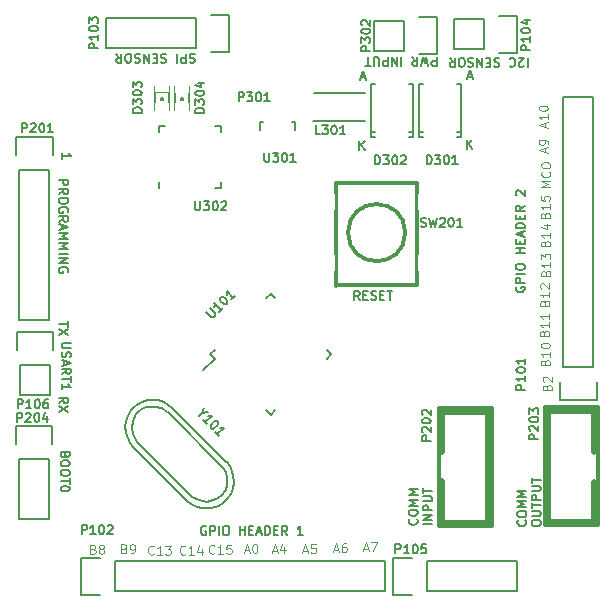
<source format=gbr>
G04 #@! TF.FileFunction,Legend,Top*
%FSLAX46Y46*%
G04 Gerber Fmt 4.6, Leading zero omitted, Abs format (unit mm)*
G04 Created by KiCad (PCBNEW 0.201510170916+6271~30~ubuntu14.04.1-product) date Sat 26 Dec 2015 06:02:25 AM EST*
%MOMM*%
G01*
G04 APERTURE LIST*
%ADD10C,0.100000*%
%ADD11C,0.152400*%
%ADD12C,0.101600*%
%ADD13C,0.150000*%
%ADD14C,0.500000*%
%ADD15C,0.300000*%
%ADD16C,0.127000*%
%ADD17R,1.800860X2.499360*%
%ADD18R,1.198880X1.198880*%
%ADD19R,1.150620X1.399540*%
%ADD20R,2.032000X1.727200*%
%ADD21O,2.032000X1.727200*%
%ADD22R,1.727200X2.032000*%
%ADD23O,1.727200X2.032000*%
%ADD24R,2.032000X2.032000*%
%ADD25O,2.032000X2.032000*%
%ADD26R,0.800100X0.800100*%
%ADD27R,0.250000X0.700000*%
%ADD28R,0.700000X0.250000*%
%ADD29R,1.725000X1.725000*%
%ADD30C,1.501140*%
%ADD31R,0.400000X1.350000*%
%ADD32R,1.600000X1.400000*%
%ADD33R,1.900000X1.900000*%
%ADD34C,1.600000*%
%ADD35C,1.500000*%
%ADD36R,2.100000X1.400000*%
G04 APERTURE END LIST*
D10*
D11*
X117763142Y-79993671D02*
X117654285Y-79957386D01*
X117472856Y-79957386D01*
X117400285Y-79993671D01*
X117363999Y-80029957D01*
X117327714Y-80102529D01*
X117327714Y-80175100D01*
X117363999Y-80247671D01*
X117400285Y-80283957D01*
X117472856Y-80320243D01*
X117617999Y-80356529D01*
X117690571Y-80392814D01*
X117726856Y-80429100D01*
X117763142Y-80501671D01*
X117763142Y-80574243D01*
X117726856Y-80646814D01*
X117690571Y-80683100D01*
X117617999Y-80719386D01*
X117436571Y-80719386D01*
X117327714Y-80683100D01*
X117001142Y-79957386D02*
X117001142Y-80719386D01*
X116710857Y-80719386D01*
X116638285Y-80683100D01*
X116602000Y-80646814D01*
X116565714Y-80574243D01*
X116565714Y-80465386D01*
X116602000Y-80392814D01*
X116638285Y-80356529D01*
X116710857Y-80320243D01*
X117001142Y-80320243D01*
X116239142Y-79957386D02*
X116239142Y-80719386D01*
X115332000Y-79993671D02*
X115223143Y-79957386D01*
X115041714Y-79957386D01*
X114969143Y-79993671D01*
X114932857Y-80029957D01*
X114896572Y-80102529D01*
X114896572Y-80175100D01*
X114932857Y-80247671D01*
X114969143Y-80283957D01*
X115041714Y-80320243D01*
X115186857Y-80356529D01*
X115259429Y-80392814D01*
X115295714Y-80429100D01*
X115332000Y-80501671D01*
X115332000Y-80574243D01*
X115295714Y-80646814D01*
X115259429Y-80683100D01*
X115186857Y-80719386D01*
X115005429Y-80719386D01*
X114896572Y-80683100D01*
X114570000Y-80356529D02*
X114316000Y-80356529D01*
X114207143Y-79957386D02*
X114570000Y-79957386D01*
X114570000Y-80719386D01*
X114207143Y-80719386D01*
X113880571Y-79957386D02*
X113880571Y-80719386D01*
X113445143Y-79957386D01*
X113445143Y-80719386D01*
X113118571Y-79993671D02*
X113009714Y-79957386D01*
X112828285Y-79957386D01*
X112755714Y-79993671D01*
X112719428Y-80029957D01*
X112683143Y-80102529D01*
X112683143Y-80175100D01*
X112719428Y-80247671D01*
X112755714Y-80283957D01*
X112828285Y-80320243D01*
X112973428Y-80356529D01*
X113046000Y-80392814D01*
X113082285Y-80429100D01*
X113118571Y-80501671D01*
X113118571Y-80574243D01*
X113082285Y-80646814D01*
X113046000Y-80683100D01*
X112973428Y-80719386D01*
X112792000Y-80719386D01*
X112683143Y-80683100D01*
X112211429Y-80719386D02*
X112066286Y-80719386D01*
X111993714Y-80683100D01*
X111921143Y-80610529D01*
X111884857Y-80465386D01*
X111884857Y-80211386D01*
X111921143Y-80066243D01*
X111993714Y-79993671D01*
X112066286Y-79957386D01*
X112211429Y-79957386D01*
X112284000Y-79993671D01*
X112356571Y-80066243D01*
X112392857Y-80211386D01*
X112392857Y-80465386D01*
X112356571Y-80610529D01*
X112284000Y-80683100D01*
X112211429Y-80719386D01*
X111122857Y-79957386D02*
X111376857Y-80320243D01*
X111558285Y-79957386D02*
X111558285Y-80719386D01*
X111268000Y-80719386D01*
X111195428Y-80683100D01*
X111159143Y-80646814D01*
X111122857Y-80574243D01*
X111122857Y-80465386D01*
X111159143Y-80392814D01*
X111195428Y-80356529D01*
X111268000Y-80320243D01*
X111558285Y-80320243D01*
X106554486Y-88838314D02*
X106554486Y-88402886D01*
X106554486Y-88620600D02*
X107316486Y-88620600D01*
X107207629Y-88548029D01*
X107135057Y-88475457D01*
X107098771Y-88402886D01*
X106275086Y-109537500D02*
X106637943Y-109283500D01*
X106275086Y-109102072D02*
X107037086Y-109102072D01*
X107037086Y-109392357D01*
X107000800Y-109464929D01*
X106964514Y-109501214D01*
X106891943Y-109537500D01*
X106783086Y-109537500D01*
X106710514Y-109501214D01*
X106674229Y-109464929D01*
X106637943Y-109392357D01*
X106637943Y-109102072D01*
X107037086Y-109791500D02*
X106275086Y-110299500D01*
X107037086Y-110299500D02*
X106275086Y-109791500D01*
X107062486Y-102632329D02*
X107062486Y-103067758D01*
X106300486Y-102850044D02*
X107062486Y-102850044D01*
X107062486Y-103249186D02*
X106300486Y-103757186D01*
X107062486Y-103757186D02*
X106300486Y-103249186D01*
X107265686Y-104459315D02*
X106648829Y-104459315D01*
X106576257Y-104495600D01*
X106539971Y-104531886D01*
X106503686Y-104604457D01*
X106503686Y-104749600D01*
X106539971Y-104822172D01*
X106576257Y-104858457D01*
X106648829Y-104894743D01*
X107265686Y-104894743D01*
X106539971Y-105221315D02*
X106503686Y-105330172D01*
X106503686Y-105511601D01*
X106539971Y-105584172D01*
X106576257Y-105620458D01*
X106648829Y-105656743D01*
X106721400Y-105656743D01*
X106793971Y-105620458D01*
X106830257Y-105584172D01*
X106866543Y-105511601D01*
X106902829Y-105366458D01*
X106939114Y-105293886D01*
X106975400Y-105257601D01*
X107047971Y-105221315D01*
X107120543Y-105221315D01*
X107193114Y-105257601D01*
X107229400Y-105293886D01*
X107265686Y-105366458D01*
X107265686Y-105547886D01*
X107229400Y-105656743D01*
X106721400Y-105947029D02*
X106721400Y-106309886D01*
X106503686Y-105874457D02*
X107265686Y-106128457D01*
X106503686Y-106382457D01*
X106503686Y-107071886D02*
X106866543Y-106817886D01*
X106503686Y-106636458D02*
X107265686Y-106636458D01*
X107265686Y-106926743D01*
X107229400Y-106999315D01*
X107193114Y-107035600D01*
X107120543Y-107071886D01*
X107011686Y-107071886D01*
X106939114Y-107035600D01*
X106902829Y-106999315D01*
X106866543Y-106926743D01*
X106866543Y-106636458D01*
X107265686Y-107289600D02*
X107265686Y-107725029D01*
X106503686Y-107507315D02*
X107265686Y-107507315D01*
X106503686Y-108378171D02*
X106503686Y-107942743D01*
X106503686Y-108160457D02*
X107265686Y-108160457D01*
X107156829Y-108087886D01*
X107084257Y-108015314D01*
X107047971Y-107942743D01*
X145766643Y-119474343D02*
X145802929Y-119510629D01*
X145839214Y-119619486D01*
X145839214Y-119692057D01*
X145802929Y-119800914D01*
X145730357Y-119873486D01*
X145657786Y-119909771D01*
X145512643Y-119946057D01*
X145403786Y-119946057D01*
X145258643Y-119909771D01*
X145186071Y-119873486D01*
X145113500Y-119800914D01*
X145077214Y-119692057D01*
X145077214Y-119619486D01*
X145113500Y-119510629D01*
X145149786Y-119474343D01*
X145077214Y-119002629D02*
X145077214Y-118857486D01*
X145113500Y-118784914D01*
X145186071Y-118712343D01*
X145331214Y-118676057D01*
X145585214Y-118676057D01*
X145730357Y-118712343D01*
X145802929Y-118784914D01*
X145839214Y-118857486D01*
X145839214Y-119002629D01*
X145802929Y-119075200D01*
X145730357Y-119147771D01*
X145585214Y-119184057D01*
X145331214Y-119184057D01*
X145186071Y-119147771D01*
X145113500Y-119075200D01*
X145077214Y-119002629D01*
X145839214Y-118349485D02*
X145077214Y-118349485D01*
X145621500Y-118095485D01*
X145077214Y-117841485D01*
X145839214Y-117841485D01*
X145839214Y-117478628D02*
X145077214Y-117478628D01*
X145621500Y-117224628D01*
X145077214Y-116970628D01*
X145839214Y-116970628D01*
X146296414Y-119764629D02*
X146296414Y-119619486D01*
X146332700Y-119546914D01*
X146405271Y-119474343D01*
X146550414Y-119438057D01*
X146804414Y-119438057D01*
X146949557Y-119474343D01*
X147022129Y-119546914D01*
X147058414Y-119619486D01*
X147058414Y-119764629D01*
X147022129Y-119837200D01*
X146949557Y-119909771D01*
X146804414Y-119946057D01*
X146550414Y-119946057D01*
X146405271Y-119909771D01*
X146332700Y-119837200D01*
X146296414Y-119764629D01*
X146296414Y-119111485D02*
X146913271Y-119111485D01*
X146985843Y-119075200D01*
X147022129Y-119038914D01*
X147058414Y-118966343D01*
X147058414Y-118821200D01*
X147022129Y-118748628D01*
X146985843Y-118712343D01*
X146913271Y-118676057D01*
X146296414Y-118676057D01*
X146296414Y-118422057D02*
X146296414Y-117986628D01*
X147058414Y-118204342D02*
X146296414Y-118204342D01*
X147058414Y-117732628D02*
X146296414Y-117732628D01*
X146296414Y-117442343D01*
X146332700Y-117369771D01*
X146368986Y-117333486D01*
X146441557Y-117297200D01*
X146550414Y-117297200D01*
X146622986Y-117333486D01*
X146659271Y-117369771D01*
X146695557Y-117442343D01*
X146695557Y-117732628D01*
X146296414Y-116970628D02*
X146913271Y-116970628D01*
X146985843Y-116934343D01*
X147022129Y-116898057D01*
X147058414Y-116825486D01*
X147058414Y-116680343D01*
X147022129Y-116607771D01*
X146985843Y-116571486D01*
X146913271Y-116535200D01*
X146296414Y-116535200D01*
X146296414Y-116281200D02*
X146296414Y-115845771D01*
X147058414Y-116063485D02*
X146296414Y-116063485D01*
X136559143Y-119360043D02*
X136595429Y-119396329D01*
X136631714Y-119505186D01*
X136631714Y-119577757D01*
X136595429Y-119686614D01*
X136522857Y-119759186D01*
X136450286Y-119795471D01*
X136305143Y-119831757D01*
X136196286Y-119831757D01*
X136051143Y-119795471D01*
X135978571Y-119759186D01*
X135906000Y-119686614D01*
X135869714Y-119577757D01*
X135869714Y-119505186D01*
X135906000Y-119396329D01*
X135942286Y-119360043D01*
X135869714Y-118888329D02*
X135869714Y-118743186D01*
X135906000Y-118670614D01*
X135978571Y-118598043D01*
X136123714Y-118561757D01*
X136377714Y-118561757D01*
X136522857Y-118598043D01*
X136595429Y-118670614D01*
X136631714Y-118743186D01*
X136631714Y-118888329D01*
X136595429Y-118960900D01*
X136522857Y-119033471D01*
X136377714Y-119069757D01*
X136123714Y-119069757D01*
X135978571Y-119033471D01*
X135906000Y-118960900D01*
X135869714Y-118888329D01*
X136631714Y-118235185D02*
X135869714Y-118235185D01*
X136414000Y-117981185D01*
X135869714Y-117727185D01*
X136631714Y-117727185D01*
X136631714Y-117364328D02*
X135869714Y-117364328D01*
X136414000Y-117110328D01*
X135869714Y-116856328D01*
X136631714Y-116856328D01*
X137850914Y-119795471D02*
X137088914Y-119795471D01*
X137850914Y-119432614D02*
X137088914Y-119432614D01*
X137850914Y-118997186D01*
X137088914Y-118997186D01*
X137850914Y-118634328D02*
X137088914Y-118634328D01*
X137088914Y-118344043D01*
X137125200Y-118271471D01*
X137161486Y-118235186D01*
X137234057Y-118198900D01*
X137342914Y-118198900D01*
X137415486Y-118235186D01*
X137451771Y-118271471D01*
X137488057Y-118344043D01*
X137488057Y-118634328D01*
X137088914Y-117872328D02*
X137705771Y-117872328D01*
X137778343Y-117836043D01*
X137814629Y-117799757D01*
X137850914Y-117727186D01*
X137850914Y-117582043D01*
X137814629Y-117509471D01*
X137778343Y-117473186D01*
X137705771Y-117436900D01*
X137088914Y-117436900D01*
X137088914Y-117182900D02*
X137088914Y-116747471D01*
X137850914Y-116965185D02*
X137088914Y-116965185D01*
X131725886Y-100801714D02*
X131471886Y-100438857D01*
X131290458Y-100801714D02*
X131290458Y-100039714D01*
X131580743Y-100039714D01*
X131653315Y-100076000D01*
X131689600Y-100112286D01*
X131725886Y-100184857D01*
X131725886Y-100293714D01*
X131689600Y-100366286D01*
X131653315Y-100402571D01*
X131580743Y-100438857D01*
X131290458Y-100438857D01*
X132052458Y-100402571D02*
X132306458Y-100402571D01*
X132415315Y-100801714D02*
X132052458Y-100801714D01*
X132052458Y-100039714D01*
X132415315Y-100039714D01*
X132705601Y-100765429D02*
X132814458Y-100801714D01*
X132995887Y-100801714D01*
X133068458Y-100765429D01*
X133104744Y-100729143D01*
X133141029Y-100656571D01*
X133141029Y-100584000D01*
X133104744Y-100511429D01*
X133068458Y-100475143D01*
X132995887Y-100438857D01*
X132850744Y-100402571D01*
X132778172Y-100366286D01*
X132741887Y-100330000D01*
X132705601Y-100257429D01*
X132705601Y-100184857D01*
X132741887Y-100112286D01*
X132778172Y-100076000D01*
X132850744Y-100039714D01*
X133032172Y-100039714D01*
X133141029Y-100076000D01*
X133467601Y-100402571D02*
X133721601Y-100402571D01*
X133830458Y-100801714D02*
X133467601Y-100801714D01*
X133467601Y-100039714D01*
X133830458Y-100039714D01*
X134048172Y-100039714D02*
X134483601Y-100039714D01*
X134265887Y-100801714D02*
X134265887Y-100039714D01*
X138240985Y-80211386D02*
X138240985Y-80973386D01*
X137950700Y-80973386D01*
X137878128Y-80937100D01*
X137841843Y-80900814D01*
X137805557Y-80828243D01*
X137805557Y-80719386D01*
X137841843Y-80646814D01*
X137878128Y-80610529D01*
X137950700Y-80574243D01*
X138240985Y-80574243D01*
X137551557Y-80973386D02*
X137370128Y-80211386D01*
X137224985Y-80755671D01*
X137079843Y-80211386D01*
X136898414Y-80973386D01*
X136172700Y-80211386D02*
X136426700Y-80574243D01*
X136608128Y-80211386D02*
X136608128Y-80973386D01*
X136317843Y-80973386D01*
X136245271Y-80937100D01*
X136208986Y-80900814D01*
X136172700Y-80828243D01*
X136172700Y-80719386D01*
X136208986Y-80646814D01*
X136245271Y-80610529D01*
X136317843Y-80574243D01*
X136608128Y-80574243D01*
X135265557Y-80211386D02*
X135265557Y-80973386D01*
X134902700Y-80211386D02*
X134902700Y-80973386D01*
X134467272Y-80211386D01*
X134467272Y-80973386D01*
X134104414Y-80211386D02*
X134104414Y-80973386D01*
X133814129Y-80973386D01*
X133741557Y-80937100D01*
X133705272Y-80900814D01*
X133668986Y-80828243D01*
X133668986Y-80719386D01*
X133705272Y-80646814D01*
X133741557Y-80610529D01*
X133814129Y-80574243D01*
X134104414Y-80574243D01*
X133342414Y-80973386D02*
X133342414Y-80356529D01*
X133306129Y-80283957D01*
X133269843Y-80247671D01*
X133197272Y-80211386D01*
X133052129Y-80211386D01*
X132979557Y-80247671D01*
X132943272Y-80283957D01*
X132906986Y-80356529D01*
X132906986Y-80973386D01*
X132652986Y-80973386D02*
X132217557Y-80973386D01*
X132435271Y-80211386D02*
X132435271Y-80973386D01*
D12*
X147450300Y-86162242D02*
X147450300Y-85799385D01*
X147668014Y-86234814D02*
X146906014Y-85980814D01*
X147668014Y-85726814D01*
X147668014Y-85073671D02*
X147668014Y-85509099D01*
X147668014Y-85291385D02*
X146906014Y-85291385D01*
X147014871Y-85363956D01*
X147087443Y-85436528D01*
X147123729Y-85509099D01*
X146906014Y-84601957D02*
X146906014Y-84529385D01*
X146942300Y-84456814D01*
X146978586Y-84420528D01*
X147051157Y-84384242D01*
X147196300Y-84347957D01*
X147377729Y-84347957D01*
X147522871Y-84384242D01*
X147595443Y-84420528D01*
X147631729Y-84456814D01*
X147668014Y-84529385D01*
X147668014Y-84601957D01*
X147631729Y-84674528D01*
X147595443Y-84710814D01*
X147522871Y-84747099D01*
X147377729Y-84783385D01*
X147196300Y-84783385D01*
X147051157Y-84747099D01*
X146978586Y-84710814D01*
X146942300Y-84674528D01*
X146906014Y-84601957D01*
X147463000Y-88326685D02*
X147463000Y-87963828D01*
X147680714Y-88399257D02*
X146918714Y-88145257D01*
X147680714Y-87891257D01*
X147680714Y-87600971D02*
X147680714Y-87455828D01*
X147644429Y-87383256D01*
X147608143Y-87346971D01*
X147499286Y-87274399D01*
X147354143Y-87238114D01*
X147063857Y-87238114D01*
X146991286Y-87274399D01*
X146955000Y-87310685D01*
X146918714Y-87383256D01*
X146918714Y-87528399D01*
X146955000Y-87600971D01*
X146991286Y-87637256D01*
X147063857Y-87673542D01*
X147245286Y-87673542D01*
X147317857Y-87637256D01*
X147354143Y-87600971D01*
X147390429Y-87528399D01*
X147390429Y-87383256D01*
X147354143Y-87310685D01*
X147317857Y-87274399D01*
X147245286Y-87238114D01*
X147871214Y-91254942D02*
X147109214Y-91254942D01*
X147653500Y-91000942D01*
X147109214Y-90746942D01*
X147871214Y-90746942D01*
X147798643Y-89948657D02*
X147834929Y-89984943D01*
X147871214Y-90093800D01*
X147871214Y-90166371D01*
X147834929Y-90275228D01*
X147762357Y-90347800D01*
X147689786Y-90384085D01*
X147544643Y-90420371D01*
X147435786Y-90420371D01*
X147290643Y-90384085D01*
X147218071Y-90347800D01*
X147145500Y-90275228D01*
X147109214Y-90166371D01*
X147109214Y-90093800D01*
X147145500Y-89984943D01*
X147181786Y-89948657D01*
X147109214Y-89476943D02*
X147109214Y-89331800D01*
X147145500Y-89259228D01*
X147218071Y-89186657D01*
X147363214Y-89150371D01*
X147617214Y-89150371D01*
X147762357Y-89186657D01*
X147834929Y-89259228D01*
X147871214Y-89331800D01*
X147871214Y-89476943D01*
X147834929Y-89549514D01*
X147762357Y-89622085D01*
X147617214Y-89658371D01*
X147363214Y-89658371D01*
X147218071Y-89622085D01*
X147145500Y-89549514D01*
X147109214Y-89476943D01*
X147433971Y-93609885D02*
X147470257Y-93501028D01*
X147506543Y-93464743D01*
X147579114Y-93428457D01*
X147687971Y-93428457D01*
X147760543Y-93464743D01*
X147796829Y-93501028D01*
X147833114Y-93573600D01*
X147833114Y-93863885D01*
X147071114Y-93863885D01*
X147071114Y-93609885D01*
X147107400Y-93537314D01*
X147143686Y-93501028D01*
X147216257Y-93464743D01*
X147288829Y-93464743D01*
X147361400Y-93501028D01*
X147397686Y-93537314D01*
X147433971Y-93609885D01*
X147433971Y-93863885D01*
X147833114Y-92702743D02*
X147833114Y-93138171D01*
X147833114Y-92920457D02*
X147071114Y-92920457D01*
X147179971Y-92993028D01*
X147252543Y-93065600D01*
X147288829Y-93138171D01*
X147071114Y-92013314D02*
X147071114Y-92376171D01*
X147433971Y-92412457D01*
X147397686Y-92376171D01*
X147361400Y-92303600D01*
X147361400Y-92122171D01*
X147397686Y-92049600D01*
X147433971Y-92013314D01*
X147506543Y-91977029D01*
X147687971Y-91977029D01*
X147760543Y-92013314D01*
X147796829Y-92049600D01*
X147833114Y-92122171D01*
X147833114Y-92303600D01*
X147796829Y-92376171D01*
X147760543Y-92412457D01*
X147459371Y-96010185D02*
X147495657Y-95901328D01*
X147531943Y-95865043D01*
X147604514Y-95828757D01*
X147713371Y-95828757D01*
X147785943Y-95865043D01*
X147822229Y-95901328D01*
X147858514Y-95973900D01*
X147858514Y-96264185D01*
X147096514Y-96264185D01*
X147096514Y-96010185D01*
X147132800Y-95937614D01*
X147169086Y-95901328D01*
X147241657Y-95865043D01*
X147314229Y-95865043D01*
X147386800Y-95901328D01*
X147423086Y-95937614D01*
X147459371Y-96010185D01*
X147459371Y-96264185D01*
X147858514Y-95103043D02*
X147858514Y-95538471D01*
X147858514Y-95320757D02*
X147096514Y-95320757D01*
X147205371Y-95393328D01*
X147277943Y-95465900D01*
X147314229Y-95538471D01*
X147350514Y-94449900D02*
X147858514Y-94449900D01*
X147060229Y-94631329D02*
X147604514Y-94812757D01*
X147604514Y-94341043D01*
X147484771Y-98512085D02*
X147521057Y-98403228D01*
X147557343Y-98366943D01*
X147629914Y-98330657D01*
X147738771Y-98330657D01*
X147811343Y-98366943D01*
X147847629Y-98403228D01*
X147883914Y-98475800D01*
X147883914Y-98766085D01*
X147121914Y-98766085D01*
X147121914Y-98512085D01*
X147158200Y-98439514D01*
X147194486Y-98403228D01*
X147267057Y-98366943D01*
X147339629Y-98366943D01*
X147412200Y-98403228D01*
X147448486Y-98439514D01*
X147484771Y-98512085D01*
X147484771Y-98766085D01*
X147883914Y-97604943D02*
X147883914Y-98040371D01*
X147883914Y-97822657D02*
X147121914Y-97822657D01*
X147230771Y-97895228D01*
X147303343Y-97967800D01*
X147339629Y-98040371D01*
X147121914Y-97350943D02*
X147121914Y-96879229D01*
X147412200Y-97133229D01*
X147412200Y-97024371D01*
X147448486Y-96951800D01*
X147484771Y-96915514D01*
X147557343Y-96879229D01*
X147738771Y-96879229D01*
X147811343Y-96915514D01*
X147847629Y-96951800D01*
X147883914Y-97024371D01*
X147883914Y-97242086D01*
X147847629Y-97314657D01*
X147811343Y-97350943D01*
X147395871Y-101039385D02*
X147432157Y-100930528D01*
X147468443Y-100894243D01*
X147541014Y-100857957D01*
X147649871Y-100857957D01*
X147722443Y-100894243D01*
X147758729Y-100930528D01*
X147795014Y-101003100D01*
X147795014Y-101293385D01*
X147033014Y-101293385D01*
X147033014Y-101039385D01*
X147069300Y-100966814D01*
X147105586Y-100930528D01*
X147178157Y-100894243D01*
X147250729Y-100894243D01*
X147323300Y-100930528D01*
X147359586Y-100966814D01*
X147395871Y-101039385D01*
X147395871Y-101293385D01*
X147795014Y-100132243D02*
X147795014Y-100567671D01*
X147795014Y-100349957D02*
X147033014Y-100349957D01*
X147141871Y-100422528D01*
X147214443Y-100495100D01*
X147250729Y-100567671D01*
X147105586Y-99841957D02*
X147069300Y-99805671D01*
X147033014Y-99733100D01*
X147033014Y-99551671D01*
X147069300Y-99479100D01*
X147105586Y-99442814D01*
X147178157Y-99406529D01*
X147250729Y-99406529D01*
X147359586Y-99442814D01*
X147795014Y-99878243D01*
X147795014Y-99406529D01*
X147357771Y-103604785D02*
X147394057Y-103495928D01*
X147430343Y-103459643D01*
X147502914Y-103423357D01*
X147611771Y-103423357D01*
X147684343Y-103459643D01*
X147720629Y-103495928D01*
X147756914Y-103568500D01*
X147756914Y-103858785D01*
X146994914Y-103858785D01*
X146994914Y-103604785D01*
X147031200Y-103532214D01*
X147067486Y-103495928D01*
X147140057Y-103459643D01*
X147212629Y-103459643D01*
X147285200Y-103495928D01*
X147321486Y-103532214D01*
X147357771Y-103604785D01*
X147357771Y-103858785D01*
X147756914Y-102697643D02*
X147756914Y-103133071D01*
X147756914Y-102915357D02*
X146994914Y-102915357D01*
X147103771Y-102987928D01*
X147176343Y-103060500D01*
X147212629Y-103133071D01*
X147756914Y-101971929D02*
X147756914Y-102407357D01*
X147756914Y-102189643D02*
X146994914Y-102189643D01*
X147103771Y-102262214D01*
X147176343Y-102334786D01*
X147212629Y-102407357D01*
X147433971Y-106093985D02*
X147470257Y-105985128D01*
X147506543Y-105948843D01*
X147579114Y-105912557D01*
X147687971Y-105912557D01*
X147760543Y-105948843D01*
X147796829Y-105985128D01*
X147833114Y-106057700D01*
X147833114Y-106347985D01*
X147071114Y-106347985D01*
X147071114Y-106093985D01*
X147107400Y-106021414D01*
X147143686Y-105985128D01*
X147216257Y-105948843D01*
X147288829Y-105948843D01*
X147361400Y-105985128D01*
X147397686Y-106021414D01*
X147433971Y-106093985D01*
X147433971Y-106347985D01*
X147833114Y-105186843D02*
X147833114Y-105622271D01*
X147833114Y-105404557D02*
X147071114Y-105404557D01*
X147179971Y-105477128D01*
X147252543Y-105549700D01*
X147288829Y-105622271D01*
X147071114Y-104715129D02*
X147071114Y-104642557D01*
X147107400Y-104569986D01*
X147143686Y-104533700D01*
X147216257Y-104497414D01*
X147361400Y-104461129D01*
X147542829Y-104461129D01*
X147687971Y-104497414D01*
X147760543Y-104533700D01*
X147796829Y-104569986D01*
X147833114Y-104642557D01*
X147833114Y-104715129D01*
X147796829Y-104787700D01*
X147760543Y-104823986D01*
X147687971Y-104860271D01*
X147542829Y-104896557D01*
X147361400Y-104896557D01*
X147216257Y-104860271D01*
X147143686Y-104823986D01*
X147107400Y-104787700D01*
X147071114Y-104715129D01*
X147586371Y-108207628D02*
X147622657Y-108098771D01*
X147658943Y-108062486D01*
X147731514Y-108026200D01*
X147840371Y-108026200D01*
X147912943Y-108062486D01*
X147949229Y-108098771D01*
X147985514Y-108171343D01*
X147985514Y-108461628D01*
X147223514Y-108461628D01*
X147223514Y-108207628D01*
X147259800Y-108135057D01*
X147296086Y-108098771D01*
X147368657Y-108062486D01*
X147441229Y-108062486D01*
X147513800Y-108098771D01*
X147550086Y-108135057D01*
X147586371Y-108207628D01*
X147586371Y-108461628D01*
X147296086Y-107735914D02*
X147259800Y-107699628D01*
X147223514Y-107627057D01*
X147223514Y-107445628D01*
X147259800Y-107373057D01*
X147296086Y-107336771D01*
X147368657Y-107300486D01*
X147441229Y-107300486D01*
X147550086Y-107336771D01*
X147985514Y-107772200D01*
X147985514Y-107300486D01*
X132047015Y-121881900D02*
X132409872Y-121881900D01*
X131974443Y-122099614D02*
X132228443Y-121337614D01*
X132482443Y-122099614D01*
X132663872Y-121337614D02*
X133171872Y-121337614D01*
X132845301Y-122099614D01*
X129545115Y-121945400D02*
X129907972Y-121945400D01*
X129472543Y-122163114D02*
X129726543Y-121401114D01*
X129980543Y-122163114D01*
X130561115Y-121401114D02*
X130415972Y-121401114D01*
X130343401Y-121437400D01*
X130307115Y-121473686D01*
X130234544Y-121582543D01*
X130198258Y-121727686D01*
X130198258Y-122017971D01*
X130234544Y-122090543D01*
X130270829Y-122126829D01*
X130343401Y-122163114D01*
X130488544Y-122163114D01*
X130561115Y-122126829D01*
X130597401Y-122090543D01*
X130633686Y-122017971D01*
X130633686Y-121836543D01*
X130597401Y-121763971D01*
X130561115Y-121727686D01*
X130488544Y-121691400D01*
X130343401Y-121691400D01*
X130270829Y-121727686D01*
X130234544Y-121763971D01*
X130198258Y-121836543D01*
X126954315Y-122034300D02*
X127317172Y-122034300D01*
X126881743Y-122252014D02*
X127135743Y-121490014D01*
X127389743Y-122252014D01*
X128006601Y-121490014D02*
X127643744Y-121490014D01*
X127607458Y-121852871D01*
X127643744Y-121816586D01*
X127716315Y-121780300D01*
X127897744Y-121780300D01*
X127970315Y-121816586D01*
X128006601Y-121852871D01*
X128042886Y-121925443D01*
X128042886Y-122106871D01*
X128006601Y-122179443D01*
X127970315Y-122215729D01*
X127897744Y-122252014D01*
X127716315Y-122252014D01*
X127643744Y-122215729D01*
X127607458Y-122179443D01*
X124350815Y-122034300D02*
X124713672Y-122034300D01*
X124278243Y-122252014D02*
X124532243Y-121490014D01*
X124786243Y-122252014D01*
X125366815Y-121744014D02*
X125366815Y-122252014D01*
X125185386Y-121453729D02*
X125003958Y-121998014D01*
X125475672Y-121998014D01*
X121988615Y-122021600D02*
X122351472Y-122021600D01*
X121916043Y-122239314D02*
X122170043Y-121477314D01*
X122424043Y-122239314D01*
X122823186Y-121477314D02*
X122895758Y-121477314D01*
X122968329Y-121513600D01*
X123004615Y-121549886D01*
X123040901Y-121622457D01*
X123077186Y-121767600D01*
X123077186Y-121949029D01*
X123040901Y-122094171D01*
X123004615Y-122166743D01*
X122968329Y-122203029D01*
X122895758Y-122239314D01*
X122823186Y-122239314D01*
X122750615Y-122203029D01*
X122714329Y-122166743D01*
X122678044Y-122094171D01*
X122641758Y-121949029D01*
X122641758Y-121767600D01*
X122678044Y-121622457D01*
X122714329Y-121549886D01*
X122750615Y-121513600D01*
X122823186Y-121477314D01*
X119439543Y-122230243D02*
X119403257Y-122266529D01*
X119294400Y-122302814D01*
X119221829Y-122302814D01*
X119112972Y-122266529D01*
X119040400Y-122193957D01*
X119004115Y-122121386D01*
X118967829Y-121976243D01*
X118967829Y-121867386D01*
X119004115Y-121722243D01*
X119040400Y-121649671D01*
X119112972Y-121577100D01*
X119221829Y-121540814D01*
X119294400Y-121540814D01*
X119403257Y-121577100D01*
X119439543Y-121613386D01*
X120165257Y-122302814D02*
X119729829Y-122302814D01*
X119947543Y-122302814D02*
X119947543Y-121540814D01*
X119874972Y-121649671D01*
X119802400Y-121722243D01*
X119729829Y-121758529D01*
X120854686Y-121540814D02*
X120491829Y-121540814D01*
X120455543Y-121903671D01*
X120491829Y-121867386D01*
X120564400Y-121831100D01*
X120745829Y-121831100D01*
X120818400Y-121867386D01*
X120854686Y-121903671D01*
X120890971Y-121976243D01*
X120890971Y-122157671D01*
X120854686Y-122230243D01*
X120818400Y-122266529D01*
X120745829Y-122302814D01*
X120564400Y-122302814D01*
X120491829Y-122266529D01*
X120455543Y-122230243D01*
X116963043Y-122293743D02*
X116926757Y-122330029D01*
X116817900Y-122366314D01*
X116745329Y-122366314D01*
X116636472Y-122330029D01*
X116563900Y-122257457D01*
X116527615Y-122184886D01*
X116491329Y-122039743D01*
X116491329Y-121930886D01*
X116527615Y-121785743D01*
X116563900Y-121713171D01*
X116636472Y-121640600D01*
X116745329Y-121604314D01*
X116817900Y-121604314D01*
X116926757Y-121640600D01*
X116963043Y-121676886D01*
X117688757Y-122366314D02*
X117253329Y-122366314D01*
X117471043Y-122366314D02*
X117471043Y-121604314D01*
X117398472Y-121713171D01*
X117325900Y-121785743D01*
X117253329Y-121822029D01*
X118341900Y-121858314D02*
X118341900Y-122366314D01*
X118160471Y-121568029D02*
X117979043Y-122112314D01*
X118450757Y-122112314D01*
X114283343Y-122293743D02*
X114247057Y-122330029D01*
X114138200Y-122366314D01*
X114065629Y-122366314D01*
X113956772Y-122330029D01*
X113884200Y-122257457D01*
X113847915Y-122184886D01*
X113811629Y-122039743D01*
X113811629Y-121930886D01*
X113847915Y-121785743D01*
X113884200Y-121713171D01*
X113956772Y-121640600D01*
X114065629Y-121604314D01*
X114138200Y-121604314D01*
X114247057Y-121640600D01*
X114283343Y-121676886D01*
X115009057Y-122366314D02*
X114573629Y-122366314D01*
X114791343Y-122366314D02*
X114791343Y-121604314D01*
X114718772Y-121713171D01*
X114646200Y-121785743D01*
X114573629Y-121822029D01*
X115263057Y-121604314D02*
X115734771Y-121604314D01*
X115480771Y-121894600D01*
X115589629Y-121894600D01*
X115662200Y-121930886D01*
X115698486Y-121967171D01*
X115734771Y-122039743D01*
X115734771Y-122221171D01*
X115698486Y-122293743D01*
X115662200Y-122330029D01*
X115589629Y-122366314D01*
X115371914Y-122366314D01*
X115299343Y-122330029D01*
X115263057Y-122293743D01*
X111797772Y-121865571D02*
X111906629Y-121901857D01*
X111942914Y-121938143D01*
X111979200Y-122010714D01*
X111979200Y-122119571D01*
X111942914Y-122192143D01*
X111906629Y-122228429D01*
X111834057Y-122264714D01*
X111543772Y-122264714D01*
X111543772Y-121502714D01*
X111797772Y-121502714D01*
X111870343Y-121539000D01*
X111906629Y-121575286D01*
X111942914Y-121647857D01*
X111942914Y-121720429D01*
X111906629Y-121793000D01*
X111870343Y-121829286D01*
X111797772Y-121865571D01*
X111543772Y-121865571D01*
X112342057Y-122264714D02*
X112487200Y-122264714D01*
X112559772Y-122228429D01*
X112596057Y-122192143D01*
X112668629Y-122083286D01*
X112704914Y-121938143D01*
X112704914Y-121647857D01*
X112668629Y-121575286D01*
X112632343Y-121539000D01*
X112559772Y-121502714D01*
X112414629Y-121502714D01*
X112342057Y-121539000D01*
X112305772Y-121575286D01*
X112269486Y-121647857D01*
X112269486Y-121829286D01*
X112305772Y-121901857D01*
X112342057Y-121938143D01*
X112414629Y-121974429D01*
X112559772Y-121974429D01*
X112632343Y-121938143D01*
X112668629Y-121901857D01*
X112704914Y-121829286D01*
X109194272Y-121903671D02*
X109303129Y-121939957D01*
X109339414Y-121976243D01*
X109375700Y-122048814D01*
X109375700Y-122157671D01*
X109339414Y-122230243D01*
X109303129Y-122266529D01*
X109230557Y-122302814D01*
X108940272Y-122302814D01*
X108940272Y-121540814D01*
X109194272Y-121540814D01*
X109266843Y-121577100D01*
X109303129Y-121613386D01*
X109339414Y-121685957D01*
X109339414Y-121758529D01*
X109303129Y-121831100D01*
X109266843Y-121867386D01*
X109194272Y-121903671D01*
X108940272Y-121903671D01*
X109811129Y-121867386D02*
X109738557Y-121831100D01*
X109702272Y-121794814D01*
X109665986Y-121722243D01*
X109665986Y-121685957D01*
X109702272Y-121613386D01*
X109738557Y-121577100D01*
X109811129Y-121540814D01*
X109956272Y-121540814D01*
X110028843Y-121577100D01*
X110065129Y-121613386D01*
X110101414Y-121685957D01*
X110101414Y-121722243D01*
X110065129Y-121794814D01*
X110028843Y-121831100D01*
X109956272Y-121867386D01*
X109811129Y-121867386D01*
X109738557Y-121903671D01*
X109702272Y-121939957D01*
X109665986Y-122012529D01*
X109665986Y-122157671D01*
X109702272Y-122230243D01*
X109738557Y-122266529D01*
X109811129Y-122302814D01*
X109956272Y-122302814D01*
X110028843Y-122266529D01*
X110065129Y-122230243D01*
X110101414Y-122157671D01*
X110101414Y-122012529D01*
X110065129Y-121939957D01*
X110028843Y-121903671D01*
X109956272Y-121867386D01*
D11*
X144973800Y-99716772D02*
X144937514Y-99789343D01*
X144937514Y-99898200D01*
X144973800Y-100007057D01*
X145046371Y-100079629D01*
X145118943Y-100115914D01*
X145264086Y-100152200D01*
X145372943Y-100152200D01*
X145518086Y-100115914D01*
X145590657Y-100079629D01*
X145663229Y-100007057D01*
X145699514Y-99898200D01*
X145699514Y-99825629D01*
X145663229Y-99716772D01*
X145626943Y-99680486D01*
X145372943Y-99680486D01*
X145372943Y-99825629D01*
X145699514Y-99353914D02*
X144937514Y-99353914D01*
X144937514Y-99063629D01*
X144973800Y-98991057D01*
X145010086Y-98954772D01*
X145082657Y-98918486D01*
X145191514Y-98918486D01*
X145264086Y-98954772D01*
X145300371Y-98991057D01*
X145336657Y-99063629D01*
X145336657Y-99353914D01*
X145699514Y-98591914D02*
X144937514Y-98591914D01*
X144937514Y-98083915D02*
X144937514Y-97938772D01*
X144973800Y-97866200D01*
X145046371Y-97793629D01*
X145191514Y-97757343D01*
X145445514Y-97757343D01*
X145590657Y-97793629D01*
X145663229Y-97866200D01*
X145699514Y-97938772D01*
X145699514Y-98083915D01*
X145663229Y-98156486D01*
X145590657Y-98229057D01*
X145445514Y-98265343D01*
X145191514Y-98265343D01*
X145046371Y-98229057D01*
X144973800Y-98156486D01*
X144937514Y-98083915D01*
X145699514Y-96850200D02*
X144937514Y-96850200D01*
X145300371Y-96850200D02*
X145300371Y-96414772D01*
X145699514Y-96414772D02*
X144937514Y-96414772D01*
X145300371Y-96051914D02*
X145300371Y-95797914D01*
X145699514Y-95689057D02*
X145699514Y-96051914D01*
X144937514Y-96051914D01*
X144937514Y-95689057D01*
X145481800Y-95398771D02*
X145481800Y-95035914D01*
X145699514Y-95471343D02*
X144937514Y-95217343D01*
X145699514Y-94963343D01*
X145699514Y-94709342D02*
X144937514Y-94709342D01*
X144937514Y-94527914D01*
X144973800Y-94419057D01*
X145046371Y-94346485D01*
X145118943Y-94310200D01*
X145264086Y-94273914D01*
X145372943Y-94273914D01*
X145518086Y-94310200D01*
X145590657Y-94346485D01*
X145663229Y-94419057D01*
X145699514Y-94527914D01*
X145699514Y-94709342D01*
X145300371Y-93947342D02*
X145300371Y-93693342D01*
X145699514Y-93584485D02*
X145699514Y-93947342D01*
X144937514Y-93947342D01*
X144937514Y-93584485D01*
X145699514Y-92822485D02*
X145336657Y-93076485D01*
X145699514Y-93257913D02*
X144937514Y-93257913D01*
X144937514Y-92967628D01*
X144973800Y-92895056D01*
X145010086Y-92858771D01*
X145082657Y-92822485D01*
X145191514Y-92822485D01*
X145264086Y-92858771D01*
X145300371Y-92895056D01*
X145336657Y-92967628D01*
X145336657Y-93257913D01*
X145010086Y-91951628D02*
X144973800Y-91915342D01*
X144937514Y-91842771D01*
X144937514Y-91661342D01*
X144973800Y-91588771D01*
X145010086Y-91552485D01*
X145082657Y-91516200D01*
X145155229Y-91516200D01*
X145264086Y-91552485D01*
X145699514Y-91987914D01*
X145699514Y-91516200D01*
X118713828Y-119989600D02*
X118641257Y-119953314D01*
X118532400Y-119953314D01*
X118423543Y-119989600D01*
X118350971Y-120062171D01*
X118314686Y-120134743D01*
X118278400Y-120279886D01*
X118278400Y-120388743D01*
X118314686Y-120533886D01*
X118350971Y-120606457D01*
X118423543Y-120679029D01*
X118532400Y-120715314D01*
X118604971Y-120715314D01*
X118713828Y-120679029D01*
X118750114Y-120642743D01*
X118750114Y-120388743D01*
X118604971Y-120388743D01*
X119076686Y-120715314D02*
X119076686Y-119953314D01*
X119366971Y-119953314D01*
X119439543Y-119989600D01*
X119475828Y-120025886D01*
X119512114Y-120098457D01*
X119512114Y-120207314D01*
X119475828Y-120279886D01*
X119439543Y-120316171D01*
X119366971Y-120352457D01*
X119076686Y-120352457D01*
X119838686Y-120715314D02*
X119838686Y-119953314D01*
X120346685Y-119953314D02*
X120491828Y-119953314D01*
X120564400Y-119989600D01*
X120636971Y-120062171D01*
X120673257Y-120207314D01*
X120673257Y-120461314D01*
X120636971Y-120606457D01*
X120564400Y-120679029D01*
X120491828Y-120715314D01*
X120346685Y-120715314D01*
X120274114Y-120679029D01*
X120201543Y-120606457D01*
X120165257Y-120461314D01*
X120165257Y-120207314D01*
X120201543Y-120062171D01*
X120274114Y-119989600D01*
X120346685Y-119953314D01*
X121580400Y-120715314D02*
X121580400Y-119953314D01*
X121580400Y-120316171D02*
X122015828Y-120316171D01*
X122015828Y-120715314D02*
X122015828Y-119953314D01*
X122378686Y-120316171D02*
X122632686Y-120316171D01*
X122741543Y-120715314D02*
X122378686Y-120715314D01*
X122378686Y-119953314D01*
X122741543Y-119953314D01*
X123031829Y-120497600D02*
X123394686Y-120497600D01*
X122959257Y-120715314D02*
X123213257Y-119953314D01*
X123467257Y-120715314D01*
X123721258Y-120715314D02*
X123721258Y-119953314D01*
X123902686Y-119953314D01*
X124011543Y-119989600D01*
X124084115Y-120062171D01*
X124120400Y-120134743D01*
X124156686Y-120279886D01*
X124156686Y-120388743D01*
X124120400Y-120533886D01*
X124084115Y-120606457D01*
X124011543Y-120679029D01*
X123902686Y-120715314D01*
X123721258Y-120715314D01*
X124483258Y-120316171D02*
X124737258Y-120316171D01*
X124846115Y-120715314D02*
X124483258Y-120715314D01*
X124483258Y-119953314D01*
X124846115Y-119953314D01*
X125608115Y-120715314D02*
X125354115Y-120352457D01*
X125172687Y-120715314D02*
X125172687Y-119953314D01*
X125462972Y-119953314D01*
X125535544Y-119989600D01*
X125571829Y-120025886D01*
X125608115Y-120098457D01*
X125608115Y-120207314D01*
X125571829Y-120279886D01*
X125535544Y-120316171D01*
X125462972Y-120352457D01*
X125172687Y-120352457D01*
X126914400Y-120715314D02*
X126478972Y-120715314D01*
X126696686Y-120715314D02*
X126696686Y-119953314D01*
X126624115Y-120062171D01*
X126551543Y-120134743D01*
X126478972Y-120171029D01*
X106813929Y-113931701D02*
X106777643Y-114040558D01*
X106741357Y-114076843D01*
X106668786Y-114113129D01*
X106559929Y-114113129D01*
X106487357Y-114076843D01*
X106451071Y-114040558D01*
X106414786Y-113967986D01*
X106414786Y-113677701D01*
X107176786Y-113677701D01*
X107176786Y-113931701D01*
X107140500Y-114004272D01*
X107104214Y-114040558D01*
X107031643Y-114076843D01*
X106959071Y-114076843D01*
X106886500Y-114040558D01*
X106850214Y-114004272D01*
X106813929Y-113931701D01*
X106813929Y-113677701D01*
X107176786Y-114584843D02*
X107176786Y-114729986D01*
X107140500Y-114802558D01*
X107067929Y-114875129D01*
X106922786Y-114911415D01*
X106668786Y-114911415D01*
X106523643Y-114875129D01*
X106451071Y-114802558D01*
X106414786Y-114729986D01*
X106414786Y-114584843D01*
X106451071Y-114512272D01*
X106523643Y-114439701D01*
X106668786Y-114403415D01*
X106922786Y-114403415D01*
X107067929Y-114439701D01*
X107140500Y-114512272D01*
X107176786Y-114584843D01*
X107176786Y-115383129D02*
X107176786Y-115528272D01*
X107140500Y-115600844D01*
X107067929Y-115673415D01*
X106922786Y-115709701D01*
X106668786Y-115709701D01*
X106523643Y-115673415D01*
X106451071Y-115600844D01*
X106414786Y-115528272D01*
X106414786Y-115383129D01*
X106451071Y-115310558D01*
X106523643Y-115237987D01*
X106668786Y-115201701D01*
X106922786Y-115201701D01*
X107067929Y-115237987D01*
X107140500Y-115310558D01*
X107176786Y-115383129D01*
X107176786Y-115927415D02*
X107176786Y-116362844D01*
X106414786Y-116145130D02*
X107176786Y-116145130D01*
X107176786Y-116761986D02*
X107176786Y-116834558D01*
X107140500Y-116907129D01*
X107104214Y-116943415D01*
X107031643Y-116979701D01*
X106886500Y-117015986D01*
X106705071Y-117015986D01*
X106559929Y-116979701D01*
X106487357Y-116943415D01*
X106451071Y-116907129D01*
X106414786Y-116834558D01*
X106414786Y-116761986D01*
X106451071Y-116689415D01*
X106487357Y-116653129D01*
X106559929Y-116616844D01*
X106705071Y-116580558D01*
X106886500Y-116580558D01*
X107031643Y-116616844D01*
X107104214Y-116653129D01*
X107140500Y-116689415D01*
X107176786Y-116761986D01*
X145946256Y-80312986D02*
X145946256Y-81074986D01*
X145619685Y-81002414D02*
X145583399Y-81038700D01*
X145510828Y-81074986D01*
X145329399Y-81074986D01*
X145256828Y-81038700D01*
X145220542Y-81002414D01*
X145184257Y-80929843D01*
X145184257Y-80857271D01*
X145220542Y-80748414D01*
X145655971Y-80312986D01*
X145184257Y-80312986D01*
X144422257Y-80385557D02*
X144458543Y-80349271D01*
X144567400Y-80312986D01*
X144639971Y-80312986D01*
X144748828Y-80349271D01*
X144821400Y-80421843D01*
X144857685Y-80494414D01*
X144893971Y-80639557D01*
X144893971Y-80748414D01*
X144857685Y-80893557D01*
X144821400Y-80966129D01*
X144748828Y-81038700D01*
X144639971Y-81074986D01*
X144567400Y-81074986D01*
X144458543Y-81038700D01*
X144422257Y-81002414D01*
X143551400Y-80349271D02*
X143442543Y-80312986D01*
X143261114Y-80312986D01*
X143188543Y-80349271D01*
X143152257Y-80385557D01*
X143115972Y-80458129D01*
X143115972Y-80530700D01*
X143152257Y-80603271D01*
X143188543Y-80639557D01*
X143261114Y-80675843D01*
X143406257Y-80712129D01*
X143478829Y-80748414D01*
X143515114Y-80784700D01*
X143551400Y-80857271D01*
X143551400Y-80929843D01*
X143515114Y-81002414D01*
X143478829Y-81038700D01*
X143406257Y-81074986D01*
X143224829Y-81074986D01*
X143115972Y-81038700D01*
X142789400Y-80712129D02*
X142535400Y-80712129D01*
X142426543Y-80312986D02*
X142789400Y-80312986D01*
X142789400Y-81074986D01*
X142426543Y-81074986D01*
X142099971Y-80312986D02*
X142099971Y-81074986D01*
X141664543Y-80312986D01*
X141664543Y-81074986D01*
X141337971Y-80349271D02*
X141229114Y-80312986D01*
X141047685Y-80312986D01*
X140975114Y-80349271D01*
X140938828Y-80385557D01*
X140902543Y-80458129D01*
X140902543Y-80530700D01*
X140938828Y-80603271D01*
X140975114Y-80639557D01*
X141047685Y-80675843D01*
X141192828Y-80712129D01*
X141265400Y-80748414D01*
X141301685Y-80784700D01*
X141337971Y-80857271D01*
X141337971Y-80929843D01*
X141301685Y-81002414D01*
X141265400Y-81038700D01*
X141192828Y-81074986D01*
X141011400Y-81074986D01*
X140902543Y-81038700D01*
X140430829Y-81074986D02*
X140285686Y-81074986D01*
X140213114Y-81038700D01*
X140140543Y-80966129D01*
X140104257Y-80820986D01*
X140104257Y-80566986D01*
X140140543Y-80421843D01*
X140213114Y-80349271D01*
X140285686Y-80312986D01*
X140430829Y-80312986D01*
X140503400Y-80349271D01*
X140575971Y-80421843D01*
X140612257Y-80566986D01*
X140612257Y-80820986D01*
X140575971Y-80966129D01*
X140503400Y-81038700D01*
X140430829Y-81074986D01*
X139342257Y-80312986D02*
X139596257Y-80675843D01*
X139777685Y-80312986D02*
X139777685Y-81074986D01*
X139487400Y-81074986D01*
X139414828Y-81038700D01*
X139378543Y-81002414D01*
X139342257Y-80929843D01*
X139342257Y-80820986D01*
X139378543Y-80748414D01*
X139414828Y-80712129D01*
X139487400Y-80675843D01*
X139777685Y-80675843D01*
X106275086Y-90650786D02*
X107037086Y-90650786D01*
X107037086Y-90941071D01*
X107000800Y-91013643D01*
X106964514Y-91049928D01*
X106891943Y-91086214D01*
X106783086Y-91086214D01*
X106710514Y-91049928D01*
X106674229Y-91013643D01*
X106637943Y-90941071D01*
X106637943Y-90650786D01*
X106275086Y-91848214D02*
X106637943Y-91594214D01*
X106275086Y-91412786D02*
X107037086Y-91412786D01*
X107037086Y-91703071D01*
X107000800Y-91775643D01*
X106964514Y-91811928D01*
X106891943Y-91848214D01*
X106783086Y-91848214D01*
X106710514Y-91811928D01*
X106674229Y-91775643D01*
X106637943Y-91703071D01*
X106637943Y-91412786D01*
X107037086Y-92319928D02*
X107037086Y-92465071D01*
X107000800Y-92537643D01*
X106928229Y-92610214D01*
X106783086Y-92646500D01*
X106529086Y-92646500D01*
X106383943Y-92610214D01*
X106311371Y-92537643D01*
X106275086Y-92465071D01*
X106275086Y-92319928D01*
X106311371Y-92247357D01*
X106383943Y-92174786D01*
X106529086Y-92138500D01*
X106783086Y-92138500D01*
X106928229Y-92174786D01*
X107000800Y-92247357D01*
X107037086Y-92319928D01*
X107000800Y-93372214D02*
X107037086Y-93299643D01*
X107037086Y-93190786D01*
X107000800Y-93081929D01*
X106928229Y-93009357D01*
X106855657Y-92973072D01*
X106710514Y-92936786D01*
X106601657Y-92936786D01*
X106456514Y-92973072D01*
X106383943Y-93009357D01*
X106311371Y-93081929D01*
X106275086Y-93190786D01*
X106275086Y-93263357D01*
X106311371Y-93372214D01*
X106347657Y-93408500D01*
X106601657Y-93408500D01*
X106601657Y-93263357D01*
X106275086Y-94170500D02*
X106637943Y-93916500D01*
X106275086Y-93735072D02*
X107037086Y-93735072D01*
X107037086Y-94025357D01*
X107000800Y-94097929D01*
X106964514Y-94134214D01*
X106891943Y-94170500D01*
X106783086Y-94170500D01*
X106710514Y-94134214D01*
X106674229Y-94097929D01*
X106637943Y-94025357D01*
X106637943Y-93735072D01*
X106492800Y-94460786D02*
X106492800Y-94823643D01*
X106275086Y-94388214D02*
X107037086Y-94642214D01*
X106275086Y-94896214D01*
X106275086Y-95150215D02*
X107037086Y-95150215D01*
X106492800Y-95404215D01*
X107037086Y-95658215D01*
X106275086Y-95658215D01*
X106275086Y-96021072D02*
X107037086Y-96021072D01*
X106492800Y-96275072D01*
X107037086Y-96529072D01*
X106275086Y-96529072D01*
X106275086Y-96891929D02*
X107037086Y-96891929D01*
X106275086Y-97254786D02*
X107037086Y-97254786D01*
X106275086Y-97690214D01*
X107037086Y-97690214D01*
X107000800Y-98452214D02*
X107037086Y-98379643D01*
X107037086Y-98270786D01*
X107000800Y-98161929D01*
X106928229Y-98089357D01*
X106855657Y-98053072D01*
X106710514Y-98016786D01*
X106601657Y-98016786D01*
X106456514Y-98053072D01*
X106383943Y-98089357D01*
X106311371Y-98161929D01*
X106275086Y-98270786D01*
X106275086Y-98343357D01*
X106311371Y-98452214D01*
X106347657Y-98488500D01*
X106601657Y-98488500D01*
X106601657Y-98343357D01*
D13*
X140281660Y-86584340D02*
X139931140Y-86584340D01*
X136781540Y-86584340D02*
X137132060Y-86584340D01*
X140281660Y-82534760D02*
X139931140Y-82534760D01*
X140281660Y-87035640D02*
X139931140Y-87035640D01*
X136781540Y-87035640D02*
X137132060Y-87035640D01*
X136781540Y-82534760D02*
X137132060Y-82534760D01*
X140281660Y-87035640D02*
X140281660Y-82534760D01*
X136781540Y-87035640D02*
X136781540Y-82534760D01*
X136217660Y-86584340D02*
X135867140Y-86584340D01*
X132717540Y-86584340D02*
X133068060Y-86584340D01*
X136217660Y-82534760D02*
X135867140Y-82534760D01*
X136217660Y-87035640D02*
X135867140Y-87035640D01*
X132717540Y-87035640D02*
X133068060Y-87035640D01*
X132717540Y-82534760D02*
X133068060Y-82534760D01*
X136217660Y-87035640D02*
X136217660Y-82534760D01*
X132717540Y-87035640D02*
X132717540Y-82534760D01*
X115285520Y-84190840D02*
X115610640Y-84190840D01*
X115610640Y-84190840D02*
X115610640Y-84691220D01*
X115285520Y-84691220D02*
X115610640Y-84691220D01*
X115285520Y-84190840D02*
X115285520Y-84691220D01*
X114663220Y-84190840D02*
X114813080Y-84190840D01*
X114813080Y-84190840D02*
X114813080Y-84442300D01*
X114663220Y-84442300D02*
X114813080Y-84442300D01*
X114663220Y-84190840D02*
X114663220Y-84442300D01*
X115158520Y-84190840D02*
X115308380Y-84190840D01*
X115308380Y-84190840D02*
X115308380Y-84442300D01*
X115158520Y-84442300D02*
X115308380Y-84442300D01*
X115158520Y-84190840D02*
X115158520Y-84442300D01*
X114787680Y-84190840D02*
X115183920Y-84190840D01*
X115183920Y-84190840D02*
X115183920Y-84366100D01*
X114787680Y-84366100D02*
X115183920Y-84366100D01*
X114787680Y-84190840D02*
X114787680Y-84366100D01*
X115285520Y-82694780D02*
X115610640Y-82694780D01*
X115610640Y-82694780D02*
X115610640Y-83195160D01*
X115285520Y-83195160D02*
X115610640Y-83195160D01*
X115285520Y-82694780D02*
X115285520Y-83195160D01*
X114360960Y-82694780D02*
X114686080Y-82694780D01*
X114686080Y-82694780D02*
X114686080Y-83195160D01*
X114360960Y-83195160D02*
X114686080Y-83195160D01*
X114360960Y-82694780D02*
X114360960Y-83195160D01*
X115158520Y-82943700D02*
X115308380Y-82943700D01*
X115308380Y-82943700D02*
X115308380Y-83195160D01*
X115158520Y-83195160D02*
X115308380Y-83195160D01*
X115158520Y-82943700D02*
X115158520Y-83195160D01*
X114663220Y-82943700D02*
X114813080Y-82943700D01*
X114813080Y-82943700D02*
X114813080Y-83195160D01*
X114663220Y-83195160D02*
X114813080Y-83195160D01*
X114663220Y-82943700D02*
X114663220Y-83195160D01*
X114787680Y-83019900D02*
X115183920Y-83019900D01*
X115183920Y-83019900D02*
X115183920Y-83195160D01*
X114787680Y-83195160D02*
X115183920Y-83195160D01*
X114787680Y-83019900D02*
X114787680Y-83195160D01*
X114886740Y-83693000D02*
X115084860Y-83693000D01*
X115084860Y-83693000D02*
X115084860Y-83891120D01*
X114886740Y-83891120D02*
X115084860Y-83891120D01*
X114886740Y-83693000D02*
X114886740Y-83891120D01*
X114386360Y-84190840D02*
X114686080Y-84190840D01*
X114686080Y-84190840D02*
X114686080Y-84490560D01*
X114386360Y-84490560D02*
X114686080Y-84490560D01*
X114386360Y-84190840D02*
X114386360Y-84490560D01*
X114360960Y-84617560D02*
X114587020Y-84617560D01*
X114587020Y-84617560D02*
X114587020Y-84691220D01*
X114360960Y-84691220D02*
X114587020Y-84691220D01*
X114360960Y-84617560D02*
X114360960Y-84691220D01*
X115559840Y-84216240D02*
X115559840Y-83169760D01*
X114411760Y-83195160D02*
X114411760Y-84617560D01*
X114608062Y-84541360D02*
G75*
G03X114608062Y-84541360I-71842J0D01*
G01*
X114637820Y-84691220D02*
G75*
G02X115333780Y-84691220I347980J0D01*
G01*
X115333780Y-82694780D02*
G75*
G02X114637820Y-82694780I-347980J0D01*
G01*
X116987320Y-84216240D02*
X117312440Y-84216240D01*
X117312440Y-84216240D02*
X117312440Y-84716620D01*
X116987320Y-84716620D02*
X117312440Y-84716620D01*
X116987320Y-84216240D02*
X116987320Y-84716620D01*
X116365020Y-84216240D02*
X116514880Y-84216240D01*
X116514880Y-84216240D02*
X116514880Y-84467700D01*
X116365020Y-84467700D02*
X116514880Y-84467700D01*
X116365020Y-84216240D02*
X116365020Y-84467700D01*
X116860320Y-84216240D02*
X117010180Y-84216240D01*
X117010180Y-84216240D02*
X117010180Y-84467700D01*
X116860320Y-84467700D02*
X117010180Y-84467700D01*
X116860320Y-84216240D02*
X116860320Y-84467700D01*
X116489480Y-84216240D02*
X116885720Y-84216240D01*
X116885720Y-84216240D02*
X116885720Y-84391500D01*
X116489480Y-84391500D02*
X116885720Y-84391500D01*
X116489480Y-84216240D02*
X116489480Y-84391500D01*
X116987320Y-82720180D02*
X117312440Y-82720180D01*
X117312440Y-82720180D02*
X117312440Y-83220560D01*
X116987320Y-83220560D02*
X117312440Y-83220560D01*
X116987320Y-82720180D02*
X116987320Y-83220560D01*
X116062760Y-82720180D02*
X116387880Y-82720180D01*
X116387880Y-82720180D02*
X116387880Y-83220560D01*
X116062760Y-83220560D02*
X116387880Y-83220560D01*
X116062760Y-82720180D02*
X116062760Y-83220560D01*
X116860320Y-82969100D02*
X117010180Y-82969100D01*
X117010180Y-82969100D02*
X117010180Y-83220560D01*
X116860320Y-83220560D02*
X117010180Y-83220560D01*
X116860320Y-82969100D02*
X116860320Y-83220560D01*
X116365020Y-82969100D02*
X116514880Y-82969100D01*
X116514880Y-82969100D02*
X116514880Y-83220560D01*
X116365020Y-83220560D02*
X116514880Y-83220560D01*
X116365020Y-82969100D02*
X116365020Y-83220560D01*
X116489480Y-83045300D02*
X116885720Y-83045300D01*
X116885720Y-83045300D02*
X116885720Y-83220560D01*
X116489480Y-83220560D02*
X116885720Y-83220560D01*
X116489480Y-83045300D02*
X116489480Y-83220560D01*
X116588540Y-83718400D02*
X116786660Y-83718400D01*
X116786660Y-83718400D02*
X116786660Y-83916520D01*
X116588540Y-83916520D02*
X116786660Y-83916520D01*
X116588540Y-83718400D02*
X116588540Y-83916520D01*
X116088160Y-84216240D02*
X116387880Y-84216240D01*
X116387880Y-84216240D02*
X116387880Y-84515960D01*
X116088160Y-84515960D02*
X116387880Y-84515960D01*
X116088160Y-84216240D02*
X116088160Y-84515960D01*
X116062760Y-84642960D02*
X116288820Y-84642960D01*
X116288820Y-84642960D02*
X116288820Y-84716620D01*
X116062760Y-84716620D02*
X116288820Y-84716620D01*
X116062760Y-84642960D02*
X116062760Y-84716620D01*
X117261640Y-84241640D02*
X117261640Y-83195160D01*
X116113560Y-83220560D02*
X116113560Y-84642960D01*
X116309862Y-84566760D02*
G75*
G03X116309862Y-84566760I-71842J0D01*
G01*
X116339620Y-84716620D02*
G75*
G02X117035580Y-84716620I347980J0D01*
G01*
X117035580Y-82720180D02*
G75*
G02X116339620Y-82720180I-347980J0D01*
G01*
X132146040Y-85679280D02*
X127746760Y-85679280D01*
X132146040Y-83281520D02*
X127845820Y-83281520D01*
X148971000Y-106476800D02*
X148971000Y-83616800D01*
X148971000Y-83616800D02*
X151511000Y-83616800D01*
X151511000Y-83616800D02*
X151511000Y-106476800D01*
X148691000Y-109296800D02*
X148691000Y-107746800D01*
X148971000Y-106476800D02*
X151511000Y-106476800D01*
X151791000Y-107746800D02*
X151791000Y-109296800D01*
X151791000Y-109296800D02*
X148691000Y-109296800D01*
X110998000Y-122936000D02*
X133858000Y-122936000D01*
X133858000Y-122936000D02*
X133858000Y-125476000D01*
X133858000Y-125476000D02*
X110998000Y-125476000D01*
X108178000Y-122656000D02*
X109728000Y-122656000D01*
X110998000Y-122936000D02*
X110998000Y-125476000D01*
X109728000Y-125756000D02*
X108178000Y-125756000D01*
X108178000Y-125756000D02*
X108178000Y-122656000D01*
X117856000Y-76962000D02*
X110236000Y-76962000D01*
X117856000Y-79502000D02*
X110236000Y-79502000D01*
X120676000Y-79782000D02*
X119126000Y-79782000D01*
X110236000Y-76962000D02*
X110236000Y-79502000D01*
X117856000Y-79502000D02*
X117856000Y-76962000D01*
X119126000Y-76682000D02*
X120676000Y-76682000D01*
X120676000Y-76682000D02*
X120676000Y-79782000D01*
X142230600Y-79590900D02*
X139690600Y-79590900D01*
X145050600Y-79870900D02*
X143500600Y-79870900D01*
X142230600Y-79590900D02*
X142230600Y-77050900D01*
X143500600Y-76770900D02*
X145050600Y-76770900D01*
X145050600Y-76770900D02*
X145050600Y-79870900D01*
X142230600Y-77050900D02*
X139690600Y-77050900D01*
X139690600Y-77050900D02*
X139690600Y-79590900D01*
X137414000Y-125476000D02*
X145034000Y-125476000D01*
X137414000Y-122936000D02*
X145034000Y-122936000D01*
X134594000Y-122656000D02*
X136144000Y-122656000D01*
X145034000Y-125476000D02*
X145034000Y-122936000D01*
X137414000Y-122936000D02*
X137414000Y-125476000D01*
X136144000Y-125756000D02*
X134594000Y-125756000D01*
X134594000Y-125756000D02*
X134594000Y-122656000D01*
X105514900Y-106311700D02*
X105514900Y-108851700D01*
X105794900Y-103491700D02*
X105794900Y-105041700D01*
X105514900Y-106311700D02*
X102974900Y-106311700D01*
X102694900Y-105041700D02*
X102694900Y-103491700D01*
X102694900Y-103491700D02*
X105794900Y-103491700D01*
X102974900Y-106311700D02*
X102974900Y-108851700D01*
X102974900Y-108851700D02*
X105514900Y-108851700D01*
X105464100Y-89814400D02*
X105464100Y-102514400D01*
X105464100Y-102514400D02*
X102924100Y-102514400D01*
X102924100Y-102514400D02*
X102924100Y-89814400D01*
X105744100Y-86994400D02*
X105744100Y-88544400D01*
X105464100Y-89814400D02*
X102924100Y-89814400D01*
X102644100Y-88544400D02*
X102644100Y-86994400D01*
X102644100Y-86994400D02*
X105744100Y-86994400D01*
X102873300Y-114300000D02*
X102873300Y-119380000D01*
X102873300Y-119380000D02*
X105413300Y-119380000D01*
X105413300Y-119380000D02*
X105413300Y-114300000D01*
X105693300Y-111480000D02*
X105693300Y-113030000D01*
X105413300Y-114300000D02*
X102873300Y-114300000D01*
X102593300Y-113030000D02*
X102593300Y-111480000D01*
X102593300Y-111480000D02*
X105693300Y-111480000D01*
X135483600Y-79705200D02*
X132943600Y-79705200D01*
X138303600Y-79985200D02*
X136753600Y-79985200D01*
X135483600Y-79705200D02*
X135483600Y-77165200D01*
X136753600Y-76885200D02*
X138303600Y-76885200D01*
X138303600Y-76885200D02*
X138303600Y-79985200D01*
X135483600Y-77165200D02*
X132943600Y-77165200D01*
X132943600Y-77165200D02*
X132943600Y-79705200D01*
X119079476Y-105410000D02*
X119450707Y-105781231D01*
X124206000Y-100283476D02*
X124577231Y-100654707D01*
X129332524Y-105410000D02*
X128961293Y-105038769D01*
X124206000Y-110536524D02*
X123834769Y-110165293D01*
X119079476Y-105410000D02*
X119450707Y-105038769D01*
X124206000Y-110536524D02*
X124577231Y-110165293D01*
X129332524Y-105410000D02*
X128961293Y-105781231D01*
X124206000Y-100283476D02*
X123834769Y-100654707D01*
X119450707Y-105781231D02*
X118478435Y-106753503D01*
X126089360Y-85760560D02*
X126041100Y-85760560D01*
X123290380Y-86461600D02*
X123290380Y-85760560D01*
X123290380Y-85760560D02*
X123539300Y-85760560D01*
X126089360Y-85760560D02*
X126290020Y-85760560D01*
X126290020Y-85760560D02*
X126290020Y-86461600D01*
X114723000Y-86097200D02*
X115248000Y-86097200D01*
X119973000Y-91347200D02*
X119448000Y-91347200D01*
X119973000Y-86097200D02*
X119448000Y-86097200D01*
X114723000Y-91347200D02*
X114723000Y-90822200D01*
X119973000Y-91347200D02*
X119973000Y-90822200D01*
X119973000Y-86097200D02*
X119973000Y-86622200D01*
X114723000Y-86097200D02*
X114723000Y-86622200D01*
X120514739Y-116483251D02*
X120372851Y-116908915D01*
X120372851Y-116908915D02*
X120020825Y-117404625D01*
X120020825Y-117404625D02*
X119595161Y-117686605D01*
X119595161Y-117686605D02*
X118819267Y-117898539D01*
X118819267Y-117898539D02*
X118109826Y-117756651D01*
X118109826Y-117756651D02*
X117544070Y-117474671D01*
X117544070Y-117474671D02*
X112877929Y-112808530D01*
X112877929Y-112808530D02*
X112524107Y-112170932D01*
X112524107Y-112170932D02*
X112454061Y-111677018D01*
X112454061Y-111677018D02*
X112524107Y-111039419D01*
X112524107Y-111039419D02*
X112806087Y-110473663D01*
X112806087Y-110473663D02*
X113159909Y-110119841D01*
X113159909Y-110119841D02*
X113655619Y-109907907D01*
X113655619Y-109907907D02*
X114433310Y-109837861D01*
X114433310Y-109837861D02*
X114999066Y-109979749D01*
X114999066Y-109979749D02*
X115424730Y-110261729D01*
X115494776Y-110331775D02*
X120162713Y-114999712D01*
X120162713Y-114999712D02*
X120372851Y-115353534D01*
X120372851Y-115353534D02*
X120514739Y-115919290D01*
X120514739Y-115919290D02*
X120514739Y-116626935D01*
X115875539Y-109965381D02*
X115516328Y-109674420D01*
X115516328Y-109674420D02*
X115155322Y-109471467D01*
X115155322Y-109471467D02*
X114695533Y-109320598D01*
X114695533Y-109320598D02*
X114327342Y-109279289D01*
X114327342Y-109279289D02*
X113846001Y-109293658D01*
X113846001Y-109293658D02*
X113260488Y-109469671D01*
X113260488Y-109469671D02*
X112745021Y-109801940D01*
X112745021Y-109801940D02*
X112384015Y-110162946D01*
X112384015Y-110162946D02*
X112008640Y-110778992D01*
X112008640Y-110778992D02*
X111873937Y-111477656D01*
X111873937Y-111477656D02*
X111936798Y-112064965D01*
X111936798Y-112064965D02*
X112087667Y-112510385D01*
X112087667Y-112510385D02*
X112292416Y-112941438D01*
X112292416Y-112941438D02*
X112581581Y-113273707D01*
X117926629Y-118309835D02*
X118350497Y-118421190D01*
X118350497Y-118421190D02*
X118774365Y-118449927D01*
X118774365Y-118449927D02*
X119185661Y-118394249D01*
X119185661Y-118394249D02*
X119787338Y-118216440D01*
X119787338Y-118216440D02*
X120196838Y-117961401D01*
X120196838Y-117961401D02*
X120536292Y-117650684D01*
X120536292Y-117650684D02*
X120798515Y-117262737D01*
X120798515Y-117262737D02*
X120981712Y-116810132D01*
X120981712Y-116810132D02*
X121058942Y-116222823D01*
X121058942Y-116222823D02*
X121037390Y-115748666D01*
X121037390Y-115748666D02*
X120926035Y-115310429D01*
X120926035Y-115310429D02*
X120721285Y-114908114D01*
X120721285Y-114908114D02*
X120457265Y-114547107D01*
X112574396Y-113252154D02*
X117136367Y-117814125D01*
X117136367Y-117814125D02*
X117459656Y-118083532D01*
X117459656Y-118083532D02*
X117926629Y-118309835D01*
X115868354Y-109958196D02*
X120430325Y-114520167D01*
D14*
X138730000Y-113682000D02*
X138730000Y-110282000D01*
X138730000Y-110282000D02*
X142630000Y-110282000D01*
X142630000Y-110282000D02*
X142630000Y-119682000D01*
X142630000Y-119682000D02*
X138730000Y-119682000D01*
X138730000Y-119682000D02*
X138730000Y-116182000D01*
D15*
X138430000Y-109982000D02*
X142930000Y-109982000D01*
X142930000Y-109982000D02*
X142930000Y-119982000D01*
X142930000Y-119982000D02*
X138430000Y-119982000D01*
X138430000Y-119982000D02*
X138430000Y-109982000D01*
D14*
X151592000Y-116188000D02*
X151592000Y-119588000D01*
X151592000Y-119588000D02*
X147692000Y-119588000D01*
X147692000Y-119588000D02*
X147692000Y-110188000D01*
X147692000Y-110188000D02*
X151592000Y-110188000D01*
X151592000Y-110188000D02*
X151592000Y-113688000D01*
D15*
X151892000Y-119888000D02*
X147392000Y-119888000D01*
X147392000Y-119888000D02*
X147392000Y-109888000D01*
X147392000Y-109888000D02*
X151892000Y-109888000D01*
X151892000Y-109888000D02*
X151892000Y-119888000D01*
X135581477Y-95110300D02*
G75*
G03X135581477Y-95110300I-2418677J0D01*
G01*
X129762800Y-99510300D02*
X136562800Y-99510300D01*
X136562800Y-99510300D02*
X136562800Y-90910300D01*
X136562800Y-90910300D02*
X129762800Y-90910300D01*
X129762800Y-90910300D02*
X129762800Y-99610300D01*
D16*
X137411858Y-89308214D02*
X137411858Y-88546214D01*
X137593286Y-88546214D01*
X137702143Y-88582500D01*
X137774715Y-88655071D01*
X137811000Y-88727643D01*
X137847286Y-88872786D01*
X137847286Y-88981643D01*
X137811000Y-89126786D01*
X137774715Y-89199357D01*
X137702143Y-89271929D01*
X137593286Y-89308214D01*
X137411858Y-89308214D01*
X138101286Y-88546214D02*
X138573000Y-88546214D01*
X138319000Y-88836500D01*
X138427858Y-88836500D01*
X138500429Y-88872786D01*
X138536715Y-88909071D01*
X138573000Y-88981643D01*
X138573000Y-89163071D01*
X138536715Y-89235643D01*
X138500429Y-89271929D01*
X138427858Y-89308214D01*
X138210143Y-89308214D01*
X138137572Y-89271929D01*
X138101286Y-89235643D01*
X139044714Y-88546214D02*
X139117286Y-88546214D01*
X139189857Y-88582500D01*
X139226143Y-88618786D01*
X139262429Y-88691357D01*
X139298714Y-88836500D01*
X139298714Y-89017929D01*
X139262429Y-89163071D01*
X139226143Y-89235643D01*
X139189857Y-89271929D01*
X139117286Y-89308214D01*
X139044714Y-89308214D01*
X138972143Y-89271929D01*
X138935857Y-89235643D01*
X138899572Y-89163071D01*
X138863286Y-89017929D01*
X138863286Y-88836500D01*
X138899572Y-88691357D01*
X138935857Y-88618786D01*
X138972143Y-88582500D01*
X139044714Y-88546214D01*
X140024428Y-89308214D02*
X139589000Y-89308214D01*
X139806714Y-89308214D02*
X139806714Y-88546214D01*
X139734143Y-88655071D01*
X139661571Y-88727643D01*
X139589000Y-88763929D01*
X140837229Y-88050914D02*
X140837229Y-87288914D01*
X141272657Y-88050914D02*
X140946086Y-87615486D01*
X141272657Y-87288914D02*
X140837229Y-87724343D01*
X140893472Y-81902300D02*
X141256329Y-81902300D01*
X140820900Y-82120014D02*
X141074900Y-81358014D01*
X141328900Y-82120014D01*
X133043058Y-89333614D02*
X133043058Y-88571614D01*
X133224486Y-88571614D01*
X133333343Y-88607900D01*
X133405915Y-88680471D01*
X133442200Y-88753043D01*
X133478486Y-88898186D01*
X133478486Y-89007043D01*
X133442200Y-89152186D01*
X133405915Y-89224757D01*
X133333343Y-89297329D01*
X133224486Y-89333614D01*
X133043058Y-89333614D01*
X133732486Y-88571614D02*
X134204200Y-88571614D01*
X133950200Y-88861900D01*
X134059058Y-88861900D01*
X134131629Y-88898186D01*
X134167915Y-88934471D01*
X134204200Y-89007043D01*
X134204200Y-89188471D01*
X134167915Y-89261043D01*
X134131629Y-89297329D01*
X134059058Y-89333614D01*
X133841343Y-89333614D01*
X133768772Y-89297329D01*
X133732486Y-89261043D01*
X134675914Y-88571614D02*
X134748486Y-88571614D01*
X134821057Y-88607900D01*
X134857343Y-88644186D01*
X134893629Y-88716757D01*
X134929914Y-88861900D01*
X134929914Y-89043329D01*
X134893629Y-89188471D01*
X134857343Y-89261043D01*
X134821057Y-89297329D01*
X134748486Y-89333614D01*
X134675914Y-89333614D01*
X134603343Y-89297329D01*
X134567057Y-89261043D01*
X134530772Y-89188471D01*
X134494486Y-89043329D01*
X134494486Y-88861900D01*
X134530772Y-88716757D01*
X134567057Y-88644186D01*
X134603343Y-88607900D01*
X134675914Y-88571614D01*
X135220200Y-88644186D02*
X135256486Y-88607900D01*
X135329057Y-88571614D01*
X135510486Y-88571614D01*
X135583057Y-88607900D01*
X135619343Y-88644186D01*
X135655628Y-88716757D01*
X135655628Y-88789329D01*
X135619343Y-88898186D01*
X135183914Y-89333614D01*
X135655628Y-89333614D01*
X131705929Y-88101714D02*
X131705929Y-87339714D01*
X132141357Y-88101714D02*
X131814786Y-87666286D01*
X132141357Y-87339714D02*
X131705929Y-87775143D01*
X131812972Y-81940400D02*
X132175829Y-81940400D01*
X131740400Y-82158114D02*
X131994400Y-81396114D01*
X132248400Y-82158114D01*
X113276414Y-84943042D02*
X112514414Y-84943042D01*
X112514414Y-84761614D01*
X112550700Y-84652757D01*
X112623271Y-84580185D01*
X112695843Y-84543900D01*
X112840986Y-84507614D01*
X112949843Y-84507614D01*
X113094986Y-84543900D01*
X113167557Y-84580185D01*
X113240129Y-84652757D01*
X113276414Y-84761614D01*
X113276414Y-84943042D01*
X112514414Y-84253614D02*
X112514414Y-83781900D01*
X112804700Y-84035900D01*
X112804700Y-83927042D01*
X112840986Y-83854471D01*
X112877271Y-83818185D01*
X112949843Y-83781900D01*
X113131271Y-83781900D01*
X113203843Y-83818185D01*
X113240129Y-83854471D01*
X113276414Y-83927042D01*
X113276414Y-84144757D01*
X113240129Y-84217328D01*
X113203843Y-84253614D01*
X112514414Y-83310186D02*
X112514414Y-83237614D01*
X112550700Y-83165043D01*
X112586986Y-83128757D01*
X112659557Y-83092471D01*
X112804700Y-83056186D01*
X112986129Y-83056186D01*
X113131271Y-83092471D01*
X113203843Y-83128757D01*
X113240129Y-83165043D01*
X113276414Y-83237614D01*
X113276414Y-83310186D01*
X113240129Y-83382757D01*
X113203843Y-83419043D01*
X113131271Y-83455328D01*
X112986129Y-83491614D01*
X112804700Y-83491614D01*
X112659557Y-83455328D01*
X112586986Y-83419043D01*
X112550700Y-83382757D01*
X112514414Y-83310186D01*
X112514414Y-82802186D02*
X112514414Y-82330472D01*
X112804700Y-82584472D01*
X112804700Y-82475614D01*
X112840986Y-82403043D01*
X112877271Y-82366757D01*
X112949843Y-82330472D01*
X113131271Y-82330472D01*
X113203843Y-82366757D01*
X113240129Y-82403043D01*
X113276414Y-82475614D01*
X113276414Y-82693329D01*
X113240129Y-82765900D01*
X113203843Y-82802186D01*
X118559614Y-84968442D02*
X117797614Y-84968442D01*
X117797614Y-84787014D01*
X117833900Y-84678157D01*
X117906471Y-84605585D01*
X117979043Y-84569300D01*
X118124186Y-84533014D01*
X118233043Y-84533014D01*
X118378186Y-84569300D01*
X118450757Y-84605585D01*
X118523329Y-84678157D01*
X118559614Y-84787014D01*
X118559614Y-84968442D01*
X117797614Y-84279014D02*
X117797614Y-83807300D01*
X118087900Y-84061300D01*
X118087900Y-83952442D01*
X118124186Y-83879871D01*
X118160471Y-83843585D01*
X118233043Y-83807300D01*
X118414471Y-83807300D01*
X118487043Y-83843585D01*
X118523329Y-83879871D01*
X118559614Y-83952442D01*
X118559614Y-84170157D01*
X118523329Y-84242728D01*
X118487043Y-84279014D01*
X117797614Y-83335586D02*
X117797614Y-83263014D01*
X117833900Y-83190443D01*
X117870186Y-83154157D01*
X117942757Y-83117871D01*
X118087900Y-83081586D01*
X118269329Y-83081586D01*
X118414471Y-83117871D01*
X118487043Y-83154157D01*
X118523329Y-83190443D01*
X118559614Y-83263014D01*
X118559614Y-83335586D01*
X118523329Y-83408157D01*
X118487043Y-83444443D01*
X118414471Y-83480728D01*
X118269329Y-83517014D01*
X118087900Y-83517014D01*
X117942757Y-83480728D01*
X117870186Y-83444443D01*
X117833900Y-83408157D01*
X117797614Y-83335586D01*
X118051614Y-82428443D02*
X118559614Y-82428443D01*
X117761329Y-82609872D02*
X118305614Y-82791300D01*
X118305614Y-82319586D01*
X128398487Y-86780914D02*
X128035630Y-86780914D01*
X128035630Y-86018914D01*
X128579915Y-86018914D02*
X129051629Y-86018914D01*
X128797629Y-86309200D01*
X128906487Y-86309200D01*
X128979058Y-86345486D01*
X129015344Y-86381771D01*
X129051629Y-86454343D01*
X129051629Y-86635771D01*
X129015344Y-86708343D01*
X128979058Y-86744629D01*
X128906487Y-86780914D01*
X128688772Y-86780914D01*
X128616201Y-86744629D01*
X128579915Y-86708343D01*
X129523343Y-86018914D02*
X129595915Y-86018914D01*
X129668486Y-86055200D01*
X129704772Y-86091486D01*
X129741058Y-86164057D01*
X129777343Y-86309200D01*
X129777343Y-86490629D01*
X129741058Y-86635771D01*
X129704772Y-86708343D01*
X129668486Y-86744629D01*
X129595915Y-86780914D01*
X129523343Y-86780914D01*
X129450772Y-86744629D01*
X129414486Y-86708343D01*
X129378201Y-86635771D01*
X129341915Y-86490629D01*
X129341915Y-86309200D01*
X129378201Y-86164057D01*
X129414486Y-86091486D01*
X129450772Y-86055200D01*
X129523343Y-86018914D01*
X130503057Y-86780914D02*
X130067629Y-86780914D01*
X130285343Y-86780914D02*
X130285343Y-86018914D01*
X130212772Y-86127771D01*
X130140200Y-86200343D01*
X130067629Y-86236629D01*
X145750314Y-108412642D02*
X144988314Y-108412642D01*
X144988314Y-108122357D01*
X145024600Y-108049785D01*
X145060886Y-108013500D01*
X145133457Y-107977214D01*
X145242314Y-107977214D01*
X145314886Y-108013500D01*
X145351171Y-108049785D01*
X145387457Y-108122357D01*
X145387457Y-108412642D01*
X145750314Y-107251500D02*
X145750314Y-107686928D01*
X145750314Y-107469214D02*
X144988314Y-107469214D01*
X145097171Y-107541785D01*
X145169743Y-107614357D01*
X145206029Y-107686928D01*
X144988314Y-106779786D02*
X144988314Y-106707214D01*
X145024600Y-106634643D01*
X145060886Y-106598357D01*
X145133457Y-106562071D01*
X145278600Y-106525786D01*
X145460029Y-106525786D01*
X145605171Y-106562071D01*
X145677743Y-106598357D01*
X145714029Y-106634643D01*
X145750314Y-106707214D01*
X145750314Y-106779786D01*
X145714029Y-106852357D01*
X145677743Y-106888643D01*
X145605171Y-106924928D01*
X145460029Y-106961214D01*
X145278600Y-106961214D01*
X145133457Y-106924928D01*
X145060886Y-106888643D01*
X145024600Y-106852357D01*
X144988314Y-106779786D01*
X145750314Y-105800072D02*
X145750314Y-106235500D01*
X145750314Y-106017786D02*
X144988314Y-106017786D01*
X145097171Y-106090357D01*
X145169743Y-106162929D01*
X145206029Y-106235500D01*
X108214558Y-120626414D02*
X108214558Y-119864414D01*
X108504843Y-119864414D01*
X108577415Y-119900700D01*
X108613700Y-119936986D01*
X108649986Y-120009557D01*
X108649986Y-120118414D01*
X108613700Y-120190986D01*
X108577415Y-120227271D01*
X108504843Y-120263557D01*
X108214558Y-120263557D01*
X109375700Y-120626414D02*
X108940272Y-120626414D01*
X109157986Y-120626414D02*
X109157986Y-119864414D01*
X109085415Y-119973271D01*
X109012843Y-120045843D01*
X108940272Y-120082129D01*
X109847414Y-119864414D02*
X109919986Y-119864414D01*
X109992557Y-119900700D01*
X110028843Y-119936986D01*
X110065129Y-120009557D01*
X110101414Y-120154700D01*
X110101414Y-120336129D01*
X110065129Y-120481271D01*
X110028843Y-120553843D01*
X109992557Y-120590129D01*
X109919986Y-120626414D01*
X109847414Y-120626414D01*
X109774843Y-120590129D01*
X109738557Y-120553843D01*
X109702272Y-120481271D01*
X109665986Y-120336129D01*
X109665986Y-120154700D01*
X109702272Y-120009557D01*
X109738557Y-119936986D01*
X109774843Y-119900700D01*
X109847414Y-119864414D01*
X110391700Y-119936986D02*
X110427986Y-119900700D01*
X110500557Y-119864414D01*
X110681986Y-119864414D01*
X110754557Y-119900700D01*
X110790843Y-119936986D01*
X110827128Y-120009557D01*
X110827128Y-120082129D01*
X110790843Y-120190986D01*
X110355414Y-120626414D01*
X110827128Y-120626414D01*
X109580714Y-79507442D02*
X108818714Y-79507442D01*
X108818714Y-79217157D01*
X108855000Y-79144585D01*
X108891286Y-79108300D01*
X108963857Y-79072014D01*
X109072714Y-79072014D01*
X109145286Y-79108300D01*
X109181571Y-79144585D01*
X109217857Y-79217157D01*
X109217857Y-79507442D01*
X109580714Y-78346300D02*
X109580714Y-78781728D01*
X109580714Y-78564014D02*
X108818714Y-78564014D01*
X108927571Y-78636585D01*
X109000143Y-78709157D01*
X109036429Y-78781728D01*
X108818714Y-77874586D02*
X108818714Y-77802014D01*
X108855000Y-77729443D01*
X108891286Y-77693157D01*
X108963857Y-77656871D01*
X109109000Y-77620586D01*
X109290429Y-77620586D01*
X109435571Y-77656871D01*
X109508143Y-77693157D01*
X109544429Y-77729443D01*
X109580714Y-77802014D01*
X109580714Y-77874586D01*
X109544429Y-77947157D01*
X109508143Y-77983443D01*
X109435571Y-78019728D01*
X109290429Y-78056014D01*
X109109000Y-78056014D01*
X108963857Y-78019728D01*
X108891286Y-77983443D01*
X108855000Y-77947157D01*
X108818714Y-77874586D01*
X108818714Y-77366586D02*
X108818714Y-76894872D01*
X109109000Y-77148872D01*
X109109000Y-77040014D01*
X109145286Y-76967443D01*
X109181571Y-76931157D01*
X109254143Y-76894872D01*
X109435571Y-76894872D01*
X109508143Y-76931157D01*
X109544429Y-76967443D01*
X109580714Y-77040014D01*
X109580714Y-77257729D01*
X109544429Y-77330300D01*
X109508143Y-77366586D01*
X146169414Y-79659842D02*
X145407414Y-79659842D01*
X145407414Y-79369557D01*
X145443700Y-79296985D01*
X145479986Y-79260700D01*
X145552557Y-79224414D01*
X145661414Y-79224414D01*
X145733986Y-79260700D01*
X145770271Y-79296985D01*
X145806557Y-79369557D01*
X145806557Y-79659842D01*
X146169414Y-78498700D02*
X146169414Y-78934128D01*
X146169414Y-78716414D02*
X145407414Y-78716414D01*
X145516271Y-78788985D01*
X145588843Y-78861557D01*
X145625129Y-78934128D01*
X145407414Y-78026986D02*
X145407414Y-77954414D01*
X145443700Y-77881843D01*
X145479986Y-77845557D01*
X145552557Y-77809271D01*
X145697700Y-77772986D01*
X145879129Y-77772986D01*
X146024271Y-77809271D01*
X146096843Y-77845557D01*
X146133129Y-77881843D01*
X146169414Y-77954414D01*
X146169414Y-78026986D01*
X146133129Y-78099557D01*
X146096843Y-78135843D01*
X146024271Y-78172128D01*
X145879129Y-78208414D01*
X145697700Y-78208414D01*
X145552557Y-78172128D01*
X145479986Y-78135843D01*
X145443700Y-78099557D01*
X145407414Y-78026986D01*
X145661414Y-77119843D02*
X146169414Y-77119843D01*
X145371129Y-77301272D02*
X145915414Y-77482700D01*
X145915414Y-77010986D01*
X134757558Y-122277414D02*
X134757558Y-121515414D01*
X135047843Y-121515414D01*
X135120415Y-121551700D01*
X135156700Y-121587986D01*
X135192986Y-121660557D01*
X135192986Y-121769414D01*
X135156700Y-121841986D01*
X135120415Y-121878271D01*
X135047843Y-121914557D01*
X134757558Y-121914557D01*
X135918700Y-122277414D02*
X135483272Y-122277414D01*
X135700986Y-122277414D02*
X135700986Y-121515414D01*
X135628415Y-121624271D01*
X135555843Y-121696843D01*
X135483272Y-121733129D01*
X136390414Y-121515414D02*
X136462986Y-121515414D01*
X136535557Y-121551700D01*
X136571843Y-121587986D01*
X136608129Y-121660557D01*
X136644414Y-121805700D01*
X136644414Y-121987129D01*
X136608129Y-122132271D01*
X136571843Y-122204843D01*
X136535557Y-122241129D01*
X136462986Y-122277414D01*
X136390414Y-122277414D01*
X136317843Y-122241129D01*
X136281557Y-122204843D01*
X136245272Y-122132271D01*
X136208986Y-121987129D01*
X136208986Y-121805700D01*
X136245272Y-121660557D01*
X136281557Y-121587986D01*
X136317843Y-121551700D01*
X136390414Y-121515414D01*
X137333843Y-121515414D02*
X136970986Y-121515414D01*
X136934700Y-121878271D01*
X136970986Y-121841986D01*
X137043557Y-121805700D01*
X137224986Y-121805700D01*
X137297557Y-121841986D01*
X137333843Y-121878271D01*
X137370128Y-121950843D01*
X137370128Y-122132271D01*
X137333843Y-122204843D01*
X137297557Y-122241129D01*
X137224986Y-122277414D01*
X137043557Y-122277414D01*
X136970986Y-122241129D01*
X136934700Y-122204843D01*
X102766258Y-109996514D02*
X102766258Y-109234514D01*
X103056543Y-109234514D01*
X103129115Y-109270800D01*
X103165400Y-109307086D01*
X103201686Y-109379657D01*
X103201686Y-109488514D01*
X103165400Y-109561086D01*
X103129115Y-109597371D01*
X103056543Y-109633657D01*
X102766258Y-109633657D01*
X103927400Y-109996514D02*
X103491972Y-109996514D01*
X103709686Y-109996514D02*
X103709686Y-109234514D01*
X103637115Y-109343371D01*
X103564543Y-109415943D01*
X103491972Y-109452229D01*
X104399114Y-109234514D02*
X104471686Y-109234514D01*
X104544257Y-109270800D01*
X104580543Y-109307086D01*
X104616829Y-109379657D01*
X104653114Y-109524800D01*
X104653114Y-109706229D01*
X104616829Y-109851371D01*
X104580543Y-109923943D01*
X104544257Y-109960229D01*
X104471686Y-109996514D01*
X104399114Y-109996514D01*
X104326543Y-109960229D01*
X104290257Y-109923943D01*
X104253972Y-109851371D01*
X104217686Y-109706229D01*
X104217686Y-109524800D01*
X104253972Y-109379657D01*
X104290257Y-109307086D01*
X104326543Y-109270800D01*
X104399114Y-109234514D01*
X105306257Y-109234514D02*
X105161114Y-109234514D01*
X105088543Y-109270800D01*
X105052257Y-109307086D01*
X104979686Y-109415943D01*
X104943400Y-109561086D01*
X104943400Y-109851371D01*
X104979686Y-109923943D01*
X105015971Y-109960229D01*
X105088543Y-109996514D01*
X105233686Y-109996514D01*
X105306257Y-109960229D01*
X105342543Y-109923943D01*
X105378828Y-109851371D01*
X105378828Y-109669943D01*
X105342543Y-109597371D01*
X105306257Y-109561086D01*
X105233686Y-109524800D01*
X105088543Y-109524800D01*
X105015971Y-109561086D01*
X104979686Y-109597371D01*
X104943400Y-109669943D01*
X103159958Y-86603114D02*
X103159958Y-85841114D01*
X103450243Y-85841114D01*
X103522815Y-85877400D01*
X103559100Y-85913686D01*
X103595386Y-85986257D01*
X103595386Y-86095114D01*
X103559100Y-86167686D01*
X103522815Y-86203971D01*
X103450243Y-86240257D01*
X103159958Y-86240257D01*
X103885672Y-85913686D02*
X103921958Y-85877400D01*
X103994529Y-85841114D01*
X104175958Y-85841114D01*
X104248529Y-85877400D01*
X104284815Y-85913686D01*
X104321100Y-85986257D01*
X104321100Y-86058829D01*
X104284815Y-86167686D01*
X103849386Y-86603114D01*
X104321100Y-86603114D01*
X104792814Y-85841114D02*
X104865386Y-85841114D01*
X104937957Y-85877400D01*
X104974243Y-85913686D01*
X105010529Y-85986257D01*
X105046814Y-86131400D01*
X105046814Y-86312829D01*
X105010529Y-86457971D01*
X104974243Y-86530543D01*
X104937957Y-86566829D01*
X104865386Y-86603114D01*
X104792814Y-86603114D01*
X104720243Y-86566829D01*
X104683957Y-86530543D01*
X104647672Y-86457971D01*
X104611386Y-86312829D01*
X104611386Y-86131400D01*
X104647672Y-85986257D01*
X104683957Y-85913686D01*
X104720243Y-85877400D01*
X104792814Y-85841114D01*
X105772528Y-86603114D02*
X105337100Y-86603114D01*
X105554814Y-86603114D02*
X105554814Y-85841114D01*
X105482243Y-85949971D01*
X105409671Y-86022543D01*
X105337100Y-86058829D01*
X102728158Y-111126814D02*
X102728158Y-110364814D01*
X103018443Y-110364814D01*
X103091015Y-110401100D01*
X103127300Y-110437386D01*
X103163586Y-110509957D01*
X103163586Y-110618814D01*
X103127300Y-110691386D01*
X103091015Y-110727671D01*
X103018443Y-110763957D01*
X102728158Y-110763957D01*
X103453872Y-110437386D02*
X103490158Y-110401100D01*
X103562729Y-110364814D01*
X103744158Y-110364814D01*
X103816729Y-110401100D01*
X103853015Y-110437386D01*
X103889300Y-110509957D01*
X103889300Y-110582529D01*
X103853015Y-110691386D01*
X103417586Y-111126814D01*
X103889300Y-111126814D01*
X104361014Y-110364814D02*
X104433586Y-110364814D01*
X104506157Y-110401100D01*
X104542443Y-110437386D01*
X104578729Y-110509957D01*
X104615014Y-110655100D01*
X104615014Y-110836529D01*
X104578729Y-110981671D01*
X104542443Y-111054243D01*
X104506157Y-111090529D01*
X104433586Y-111126814D01*
X104361014Y-111126814D01*
X104288443Y-111090529D01*
X104252157Y-111054243D01*
X104215872Y-110981671D01*
X104179586Y-110836529D01*
X104179586Y-110655100D01*
X104215872Y-110509957D01*
X104252157Y-110437386D01*
X104288443Y-110401100D01*
X104361014Y-110364814D01*
X105268157Y-110618814D02*
X105268157Y-111126814D01*
X105086728Y-110328529D02*
X104905300Y-110872814D01*
X105377014Y-110872814D01*
X132631214Y-79723342D02*
X131869214Y-79723342D01*
X131869214Y-79433057D01*
X131905500Y-79360485D01*
X131941786Y-79324200D01*
X132014357Y-79287914D01*
X132123214Y-79287914D01*
X132195786Y-79324200D01*
X132232071Y-79360485D01*
X132268357Y-79433057D01*
X132268357Y-79723342D01*
X131869214Y-79033914D02*
X131869214Y-78562200D01*
X132159500Y-78816200D01*
X132159500Y-78707342D01*
X132195786Y-78634771D01*
X132232071Y-78598485D01*
X132304643Y-78562200D01*
X132486071Y-78562200D01*
X132558643Y-78598485D01*
X132594929Y-78634771D01*
X132631214Y-78707342D01*
X132631214Y-78925057D01*
X132594929Y-78997628D01*
X132558643Y-79033914D01*
X131869214Y-78090486D02*
X131869214Y-78017914D01*
X131905500Y-77945343D01*
X131941786Y-77909057D01*
X132014357Y-77872771D01*
X132159500Y-77836486D01*
X132340929Y-77836486D01*
X132486071Y-77872771D01*
X132558643Y-77909057D01*
X132594929Y-77945343D01*
X132631214Y-78017914D01*
X132631214Y-78090486D01*
X132594929Y-78163057D01*
X132558643Y-78199343D01*
X132486071Y-78235628D01*
X132340929Y-78271914D01*
X132159500Y-78271914D01*
X132014357Y-78235628D01*
X131941786Y-78199343D01*
X131905500Y-78163057D01*
X131869214Y-78090486D01*
X131941786Y-77546200D02*
X131905500Y-77509914D01*
X131869214Y-77437343D01*
X131869214Y-77255914D01*
X131905500Y-77183343D01*
X131941786Y-77147057D01*
X132014357Y-77110772D01*
X132086929Y-77110772D01*
X132195786Y-77147057D01*
X132631214Y-77582486D01*
X132631214Y-77110772D01*
X118744610Y-101795976D02*
X119180794Y-102232160D01*
X119257768Y-102257819D01*
X119309084Y-102257819D01*
X119386057Y-102232161D01*
X119488688Y-102129529D01*
X119514347Y-102052556D01*
X119514346Y-102001240D01*
X119488688Y-101924266D01*
X119052504Y-101488082D01*
X120130135Y-101488082D02*
X119822241Y-101795976D01*
X119976188Y-101642029D02*
X119437373Y-101103214D01*
X119463031Y-101231503D01*
X119463031Y-101334135D01*
X119437373Y-101411109D01*
X119924872Y-100615715D02*
X119976188Y-100564398D01*
X120053162Y-100538741D01*
X120104478Y-100538741D01*
X120181451Y-100564398D01*
X120309740Y-100641373D01*
X120438030Y-100769662D01*
X120515003Y-100897951D01*
X120540661Y-100974925D01*
X120540661Y-101026241D01*
X120515003Y-101103214D01*
X120463687Y-101154530D01*
X120386714Y-101180188D01*
X120335398Y-101180188D01*
X120258425Y-101154529D01*
X120130136Y-101077556D01*
X120001846Y-100949267D01*
X119924873Y-100820977D01*
X119899215Y-100744004D01*
X119899215Y-100692688D01*
X119924872Y-100615715D01*
X121156450Y-100461768D02*
X120848556Y-100769662D01*
X121002503Y-100615715D02*
X120463687Y-100076899D01*
X120489345Y-100205188D01*
X120489345Y-100307821D01*
X120463688Y-100384794D01*
X123652315Y-88343014D02*
X123652315Y-88959871D01*
X123688600Y-89032443D01*
X123724886Y-89068729D01*
X123797457Y-89105014D01*
X123942600Y-89105014D01*
X124015172Y-89068729D01*
X124051457Y-89032443D01*
X124087743Y-88959871D01*
X124087743Y-88343014D01*
X124378029Y-88343014D02*
X124849743Y-88343014D01*
X124595743Y-88633300D01*
X124704601Y-88633300D01*
X124777172Y-88669586D01*
X124813458Y-88705871D01*
X124849743Y-88778443D01*
X124849743Y-88959871D01*
X124813458Y-89032443D01*
X124777172Y-89068729D01*
X124704601Y-89105014D01*
X124486886Y-89105014D01*
X124414315Y-89068729D01*
X124378029Y-89032443D01*
X125321457Y-88343014D02*
X125394029Y-88343014D01*
X125466600Y-88379300D01*
X125502886Y-88415586D01*
X125539172Y-88488157D01*
X125575457Y-88633300D01*
X125575457Y-88814729D01*
X125539172Y-88959871D01*
X125502886Y-89032443D01*
X125466600Y-89068729D01*
X125394029Y-89105014D01*
X125321457Y-89105014D01*
X125248886Y-89068729D01*
X125212600Y-89032443D01*
X125176315Y-88959871D01*
X125140029Y-88814729D01*
X125140029Y-88633300D01*
X125176315Y-88488157D01*
X125212600Y-88415586D01*
X125248886Y-88379300D01*
X125321457Y-88343014D01*
X126301171Y-89105014D02*
X125865743Y-89105014D01*
X126083457Y-89105014D02*
X126083457Y-88343014D01*
X126010886Y-88451871D01*
X125938314Y-88524443D01*
X125865743Y-88560729D01*
X117797615Y-92457814D02*
X117797615Y-93074671D01*
X117833900Y-93147243D01*
X117870186Y-93183529D01*
X117942757Y-93219814D01*
X118087900Y-93219814D01*
X118160472Y-93183529D01*
X118196757Y-93147243D01*
X118233043Y-93074671D01*
X118233043Y-92457814D01*
X118523329Y-92457814D02*
X118995043Y-92457814D01*
X118741043Y-92748100D01*
X118849901Y-92748100D01*
X118922472Y-92784386D01*
X118958758Y-92820671D01*
X118995043Y-92893243D01*
X118995043Y-93074671D01*
X118958758Y-93147243D01*
X118922472Y-93183529D01*
X118849901Y-93219814D01*
X118632186Y-93219814D01*
X118559615Y-93183529D01*
X118523329Y-93147243D01*
X119466757Y-92457814D02*
X119539329Y-92457814D01*
X119611900Y-92494100D01*
X119648186Y-92530386D01*
X119684472Y-92602957D01*
X119720757Y-92748100D01*
X119720757Y-92929529D01*
X119684472Y-93074671D01*
X119648186Y-93147243D01*
X119611900Y-93183529D01*
X119539329Y-93219814D01*
X119466757Y-93219814D01*
X119394186Y-93183529D01*
X119357900Y-93147243D01*
X119321615Y-93074671D01*
X119285329Y-92929529D01*
X119285329Y-92748100D01*
X119321615Y-92602957D01*
X119357900Y-92530386D01*
X119394186Y-92494100D01*
X119466757Y-92457814D01*
X120011043Y-92530386D02*
X120047329Y-92494100D01*
X120119900Y-92457814D01*
X120301329Y-92457814D01*
X120373900Y-92494100D01*
X120410186Y-92530386D01*
X120446471Y-92602957D01*
X120446471Y-92675529D01*
X120410186Y-92784386D01*
X119974757Y-93219814D01*
X120446471Y-93219814D01*
X118421570Y-110391558D02*
X118164991Y-110648137D01*
X118524202Y-109929716D02*
X118421570Y-110391558D01*
X118883412Y-110288926D01*
X118806438Y-111289584D02*
X118498544Y-110981690D01*
X118652491Y-111135637D02*
X119191307Y-110596821D01*
X119063018Y-110622479D01*
X118960385Y-110622479D01*
X118883412Y-110596822D01*
X119678806Y-111084320D02*
X119730122Y-111135637D01*
X119755779Y-111212610D01*
X119755779Y-111263926D01*
X119730122Y-111340900D01*
X119653148Y-111469189D01*
X119524858Y-111597478D01*
X119396570Y-111674452D01*
X119319596Y-111700110D01*
X119268280Y-111700110D01*
X119191307Y-111674452D01*
X119139991Y-111623136D01*
X119114333Y-111546163D01*
X119114333Y-111494847D01*
X119139991Y-111417873D01*
X119216964Y-111289584D01*
X119345254Y-111161295D01*
X119473543Y-111084321D01*
X119550516Y-111058663D01*
X119601832Y-111058663D01*
X119678806Y-111084320D01*
X119832753Y-112315898D02*
X119524859Y-112008004D01*
X119678806Y-112161951D02*
X120217621Y-111623136D01*
X120089332Y-111648794D01*
X119986700Y-111648794D01*
X119909727Y-111623137D01*
X121486058Y-83999614D02*
X121486058Y-83237614D01*
X121776343Y-83237614D01*
X121848915Y-83273900D01*
X121885200Y-83310186D01*
X121921486Y-83382757D01*
X121921486Y-83491614D01*
X121885200Y-83564186D01*
X121848915Y-83600471D01*
X121776343Y-83636757D01*
X121486058Y-83636757D01*
X122175486Y-83237614D02*
X122647200Y-83237614D01*
X122393200Y-83527900D01*
X122502058Y-83527900D01*
X122574629Y-83564186D01*
X122610915Y-83600471D01*
X122647200Y-83673043D01*
X122647200Y-83854471D01*
X122610915Y-83927043D01*
X122574629Y-83963329D01*
X122502058Y-83999614D01*
X122284343Y-83999614D01*
X122211772Y-83963329D01*
X122175486Y-83927043D01*
X123118914Y-83237614D02*
X123191486Y-83237614D01*
X123264057Y-83273900D01*
X123300343Y-83310186D01*
X123336629Y-83382757D01*
X123372914Y-83527900D01*
X123372914Y-83709329D01*
X123336629Y-83854471D01*
X123300343Y-83927043D01*
X123264057Y-83963329D01*
X123191486Y-83999614D01*
X123118914Y-83999614D01*
X123046343Y-83963329D01*
X123010057Y-83927043D01*
X122973772Y-83854471D01*
X122937486Y-83709329D01*
X122937486Y-83527900D01*
X122973772Y-83382757D01*
X123010057Y-83310186D01*
X123046343Y-83273900D01*
X123118914Y-83237614D01*
X124098628Y-83999614D02*
X123663200Y-83999614D01*
X123880914Y-83999614D02*
X123880914Y-83237614D01*
X123808343Y-83346471D01*
X123735771Y-83419043D01*
X123663200Y-83455329D01*
X137749314Y-112717942D02*
X136987314Y-112717942D01*
X136987314Y-112427657D01*
X137023600Y-112355085D01*
X137059886Y-112318800D01*
X137132457Y-112282514D01*
X137241314Y-112282514D01*
X137313886Y-112318800D01*
X137350171Y-112355085D01*
X137386457Y-112427657D01*
X137386457Y-112717942D01*
X137059886Y-111992228D02*
X137023600Y-111955942D01*
X136987314Y-111883371D01*
X136987314Y-111701942D01*
X137023600Y-111629371D01*
X137059886Y-111593085D01*
X137132457Y-111556800D01*
X137205029Y-111556800D01*
X137313886Y-111593085D01*
X137749314Y-112028514D01*
X137749314Y-111556800D01*
X136987314Y-111085086D02*
X136987314Y-111012514D01*
X137023600Y-110939943D01*
X137059886Y-110903657D01*
X137132457Y-110867371D01*
X137277600Y-110831086D01*
X137459029Y-110831086D01*
X137604171Y-110867371D01*
X137676743Y-110903657D01*
X137713029Y-110939943D01*
X137749314Y-111012514D01*
X137749314Y-111085086D01*
X137713029Y-111157657D01*
X137676743Y-111193943D01*
X137604171Y-111230228D01*
X137459029Y-111266514D01*
X137277600Y-111266514D01*
X137132457Y-111230228D01*
X137059886Y-111193943D01*
X137023600Y-111157657D01*
X136987314Y-111085086D01*
X137059886Y-110540800D02*
X137023600Y-110504514D01*
X136987314Y-110431943D01*
X136987314Y-110250514D01*
X137023600Y-110177943D01*
X137059886Y-110141657D01*
X137132457Y-110105372D01*
X137205029Y-110105372D01*
X137313886Y-110141657D01*
X137749314Y-110577086D01*
X137749314Y-110105372D01*
X146867914Y-112603642D02*
X146105914Y-112603642D01*
X146105914Y-112313357D01*
X146142200Y-112240785D01*
X146178486Y-112204500D01*
X146251057Y-112168214D01*
X146359914Y-112168214D01*
X146432486Y-112204500D01*
X146468771Y-112240785D01*
X146505057Y-112313357D01*
X146505057Y-112603642D01*
X146178486Y-111877928D02*
X146142200Y-111841642D01*
X146105914Y-111769071D01*
X146105914Y-111587642D01*
X146142200Y-111515071D01*
X146178486Y-111478785D01*
X146251057Y-111442500D01*
X146323629Y-111442500D01*
X146432486Y-111478785D01*
X146867914Y-111914214D01*
X146867914Y-111442500D01*
X146105914Y-110970786D02*
X146105914Y-110898214D01*
X146142200Y-110825643D01*
X146178486Y-110789357D01*
X146251057Y-110753071D01*
X146396200Y-110716786D01*
X146577629Y-110716786D01*
X146722771Y-110753071D01*
X146795343Y-110789357D01*
X146831629Y-110825643D01*
X146867914Y-110898214D01*
X146867914Y-110970786D01*
X146831629Y-111043357D01*
X146795343Y-111079643D01*
X146722771Y-111115928D01*
X146577629Y-111152214D01*
X146396200Y-111152214D01*
X146251057Y-111115928D01*
X146178486Y-111079643D01*
X146142200Y-111043357D01*
X146105914Y-110970786D01*
X146105914Y-110462786D02*
X146105914Y-109991072D01*
X146396200Y-110245072D01*
X146396200Y-110136214D01*
X146432486Y-110063643D01*
X146468771Y-110027357D01*
X146541343Y-109991072D01*
X146722771Y-109991072D01*
X146795343Y-110027357D01*
X146831629Y-110063643D01*
X146867914Y-110136214D01*
X146867914Y-110353929D01*
X146831629Y-110426500D01*
X146795343Y-110462786D01*
X136920187Y-94580529D02*
X137029044Y-94616814D01*
X137210473Y-94616814D01*
X137283044Y-94580529D01*
X137319330Y-94544243D01*
X137355615Y-94471671D01*
X137355615Y-94399100D01*
X137319330Y-94326529D01*
X137283044Y-94290243D01*
X137210473Y-94253957D01*
X137065330Y-94217671D01*
X136992758Y-94181386D01*
X136956473Y-94145100D01*
X136920187Y-94072529D01*
X136920187Y-93999957D01*
X136956473Y-93927386D01*
X136992758Y-93891100D01*
X137065330Y-93854814D01*
X137246758Y-93854814D01*
X137355615Y-93891100D01*
X137609615Y-93854814D02*
X137791044Y-94616814D01*
X137936187Y-94072529D01*
X138081329Y-94616814D01*
X138262758Y-93854814D01*
X138516758Y-93927386D02*
X138553044Y-93891100D01*
X138625615Y-93854814D01*
X138807044Y-93854814D01*
X138879615Y-93891100D01*
X138915901Y-93927386D01*
X138952186Y-93999957D01*
X138952186Y-94072529D01*
X138915901Y-94181386D01*
X138480472Y-94616814D01*
X138952186Y-94616814D01*
X139423900Y-93854814D02*
X139496472Y-93854814D01*
X139569043Y-93891100D01*
X139605329Y-93927386D01*
X139641615Y-93999957D01*
X139677900Y-94145100D01*
X139677900Y-94326529D01*
X139641615Y-94471671D01*
X139605329Y-94544243D01*
X139569043Y-94580529D01*
X139496472Y-94616814D01*
X139423900Y-94616814D01*
X139351329Y-94580529D01*
X139315043Y-94544243D01*
X139278758Y-94471671D01*
X139242472Y-94326529D01*
X139242472Y-94145100D01*
X139278758Y-93999957D01*
X139315043Y-93927386D01*
X139351329Y-93891100D01*
X139423900Y-93854814D01*
X140403614Y-94616814D02*
X139968186Y-94616814D01*
X140185900Y-94616814D02*
X140185900Y-93854814D01*
X140113329Y-93963671D01*
X140040757Y-94036243D01*
X139968186Y-94072529D01*
%LPC*%
D17*
X138531600Y-86784180D03*
X138531600Y-82786220D03*
X134467600Y-86784180D03*
X134467600Y-82786220D03*
D18*
X114985800Y-82643980D03*
X114985800Y-84742020D03*
X116687600Y-82669380D03*
X116687600Y-84767420D03*
D19*
X131572000Y-84480400D03*
X128320800Y-84480400D03*
D20*
X150241000Y-107746800D03*
D21*
X150241000Y-105206800D03*
X150241000Y-102666800D03*
X150241000Y-100126800D03*
X150241000Y-97586800D03*
X150241000Y-95046800D03*
X150241000Y-92506800D03*
X150241000Y-89966800D03*
X150241000Y-87426800D03*
X150241000Y-84886800D03*
D22*
X109728000Y-124206000D03*
D23*
X112268000Y-124206000D03*
X114808000Y-124206000D03*
X117348000Y-124206000D03*
X119888000Y-124206000D03*
X122428000Y-124206000D03*
X124968000Y-124206000D03*
X127508000Y-124206000D03*
X130048000Y-124206000D03*
X132588000Y-124206000D03*
D22*
X119126000Y-78232000D03*
D23*
X116586000Y-78232000D03*
X114046000Y-78232000D03*
X111506000Y-78232000D03*
D24*
X143500600Y-78320900D03*
D25*
X140960600Y-78320900D03*
D22*
X136144000Y-124206000D03*
D23*
X138684000Y-124206000D03*
X141224000Y-124206000D03*
X143764000Y-124206000D03*
D24*
X104244900Y-105041700D03*
D25*
X104244900Y-107581700D03*
D20*
X104194100Y-88544400D03*
D21*
X104194100Y-91084400D03*
X104194100Y-93624400D03*
X104194100Y-96164400D03*
X104194100Y-98704400D03*
X104194100Y-101244400D03*
D20*
X104143300Y-113030000D03*
D21*
X104143300Y-115570000D03*
X104143300Y-118110000D03*
D24*
X136753600Y-78435200D03*
D25*
X134213600Y-78435200D03*
D10*
G36*
X118814311Y-107089379D02*
X118637534Y-106912602D01*
X119556773Y-105993363D01*
X119733550Y-106170140D01*
X118814311Y-107089379D01*
X118814311Y-107089379D01*
G37*
G36*
X119167864Y-107442932D02*
X118991087Y-107266155D01*
X119910326Y-106346916D01*
X120087103Y-106523693D01*
X119167864Y-107442932D01*
X119167864Y-107442932D01*
G37*
G36*
X119521418Y-107796486D02*
X119344641Y-107619709D01*
X120263880Y-106700470D01*
X120440657Y-106877247D01*
X119521418Y-107796486D01*
X119521418Y-107796486D01*
G37*
G36*
X119874971Y-108150039D02*
X119698194Y-107973262D01*
X120617433Y-107054023D01*
X120794210Y-107230800D01*
X119874971Y-108150039D01*
X119874971Y-108150039D01*
G37*
G36*
X120228524Y-108503592D02*
X120051747Y-108326815D01*
X120970986Y-107407576D01*
X121147763Y-107584353D01*
X120228524Y-108503592D01*
X120228524Y-108503592D01*
G37*
G36*
X120582078Y-108857146D02*
X120405301Y-108680369D01*
X121324540Y-107761130D01*
X121501317Y-107937907D01*
X120582078Y-108857146D01*
X120582078Y-108857146D01*
G37*
G36*
X120935631Y-109210699D02*
X120758854Y-109033922D01*
X121678093Y-108114683D01*
X121854870Y-108291460D01*
X120935631Y-109210699D01*
X120935631Y-109210699D01*
G37*
G36*
X121289185Y-109564253D02*
X121112408Y-109387476D01*
X122031647Y-108468237D01*
X122208424Y-108645014D01*
X121289185Y-109564253D01*
X121289185Y-109564253D01*
G37*
G36*
X121642738Y-109917806D02*
X121465961Y-109741029D01*
X122385200Y-108821790D01*
X122561977Y-108998567D01*
X121642738Y-109917806D01*
X121642738Y-109917806D01*
G37*
G36*
X121996291Y-110271359D02*
X121819514Y-110094582D01*
X122738753Y-109175343D01*
X122915530Y-109352120D01*
X121996291Y-110271359D01*
X121996291Y-110271359D01*
G37*
G36*
X122349845Y-110624913D02*
X122173068Y-110448136D01*
X123092307Y-109528897D01*
X123269084Y-109705674D01*
X122349845Y-110624913D01*
X122349845Y-110624913D01*
G37*
G36*
X122703398Y-110978466D02*
X122526621Y-110801689D01*
X123445860Y-109882450D01*
X123622637Y-110059227D01*
X122703398Y-110978466D01*
X122703398Y-110978466D01*
G37*
G36*
X125885379Y-110801689D02*
X125708602Y-110978466D01*
X124789363Y-110059227D01*
X124966140Y-109882450D01*
X125885379Y-110801689D01*
X125885379Y-110801689D01*
G37*
G36*
X126238932Y-110448136D02*
X126062155Y-110624913D01*
X125142916Y-109705674D01*
X125319693Y-109528897D01*
X126238932Y-110448136D01*
X126238932Y-110448136D01*
G37*
G36*
X126592486Y-110094582D02*
X126415709Y-110271359D01*
X125496470Y-109352120D01*
X125673247Y-109175343D01*
X126592486Y-110094582D01*
X126592486Y-110094582D01*
G37*
G36*
X126946039Y-109741029D02*
X126769262Y-109917806D01*
X125850023Y-108998567D01*
X126026800Y-108821790D01*
X126946039Y-109741029D01*
X126946039Y-109741029D01*
G37*
G36*
X127299592Y-109387476D02*
X127122815Y-109564253D01*
X126203576Y-108645014D01*
X126380353Y-108468237D01*
X127299592Y-109387476D01*
X127299592Y-109387476D01*
G37*
G36*
X127653146Y-109033922D02*
X127476369Y-109210699D01*
X126557130Y-108291460D01*
X126733907Y-108114683D01*
X127653146Y-109033922D01*
X127653146Y-109033922D01*
G37*
G36*
X128006699Y-108680369D02*
X127829922Y-108857146D01*
X126910683Y-107937907D01*
X127087460Y-107761130D01*
X128006699Y-108680369D01*
X128006699Y-108680369D01*
G37*
G36*
X128360253Y-108326815D02*
X128183476Y-108503592D01*
X127264237Y-107584353D01*
X127441014Y-107407576D01*
X128360253Y-108326815D01*
X128360253Y-108326815D01*
G37*
G36*
X128713806Y-107973262D02*
X128537029Y-108150039D01*
X127617790Y-107230800D01*
X127794567Y-107054023D01*
X128713806Y-107973262D01*
X128713806Y-107973262D01*
G37*
G36*
X129067359Y-107619709D02*
X128890582Y-107796486D01*
X127971343Y-106877247D01*
X128148120Y-106700470D01*
X129067359Y-107619709D01*
X129067359Y-107619709D01*
G37*
G36*
X129420913Y-107266155D02*
X129244136Y-107442932D01*
X128324897Y-106523693D01*
X128501674Y-106346916D01*
X129420913Y-107266155D01*
X129420913Y-107266155D01*
G37*
G36*
X129774466Y-106912602D02*
X129597689Y-107089379D01*
X128678450Y-106170140D01*
X128855227Y-105993363D01*
X129774466Y-106912602D01*
X129774466Y-106912602D01*
G37*
G36*
X128855227Y-104826637D02*
X128678450Y-104649860D01*
X129597689Y-103730621D01*
X129774466Y-103907398D01*
X128855227Y-104826637D01*
X128855227Y-104826637D01*
G37*
G36*
X128501674Y-104473084D02*
X128324897Y-104296307D01*
X129244136Y-103377068D01*
X129420913Y-103553845D01*
X128501674Y-104473084D01*
X128501674Y-104473084D01*
G37*
G36*
X128148120Y-104119530D02*
X127971343Y-103942753D01*
X128890582Y-103023514D01*
X129067359Y-103200291D01*
X128148120Y-104119530D01*
X128148120Y-104119530D01*
G37*
G36*
X127794567Y-103765977D02*
X127617790Y-103589200D01*
X128537029Y-102669961D01*
X128713806Y-102846738D01*
X127794567Y-103765977D01*
X127794567Y-103765977D01*
G37*
G36*
X127441014Y-103412424D02*
X127264237Y-103235647D01*
X128183476Y-102316408D01*
X128360253Y-102493185D01*
X127441014Y-103412424D01*
X127441014Y-103412424D01*
G37*
G36*
X127087460Y-103058870D02*
X126910683Y-102882093D01*
X127829922Y-101962854D01*
X128006699Y-102139631D01*
X127087460Y-103058870D01*
X127087460Y-103058870D01*
G37*
G36*
X126733907Y-102705317D02*
X126557130Y-102528540D01*
X127476369Y-101609301D01*
X127653146Y-101786078D01*
X126733907Y-102705317D01*
X126733907Y-102705317D01*
G37*
G36*
X126380353Y-102351763D02*
X126203576Y-102174986D01*
X127122815Y-101255747D01*
X127299592Y-101432524D01*
X126380353Y-102351763D01*
X126380353Y-102351763D01*
G37*
G36*
X126026800Y-101998210D02*
X125850023Y-101821433D01*
X126769262Y-100902194D01*
X126946039Y-101078971D01*
X126026800Y-101998210D01*
X126026800Y-101998210D01*
G37*
G36*
X125673247Y-101644657D02*
X125496470Y-101467880D01*
X126415709Y-100548641D01*
X126592486Y-100725418D01*
X125673247Y-101644657D01*
X125673247Y-101644657D01*
G37*
G36*
X125319693Y-101291103D02*
X125142916Y-101114326D01*
X126062155Y-100195087D01*
X126238932Y-100371864D01*
X125319693Y-101291103D01*
X125319693Y-101291103D01*
G37*
G36*
X124966140Y-100937550D02*
X124789363Y-100760773D01*
X125708602Y-99841534D01*
X125885379Y-100018311D01*
X124966140Y-100937550D01*
X124966140Y-100937550D01*
G37*
G36*
X123622637Y-100760773D02*
X123445860Y-100937550D01*
X122526621Y-100018311D01*
X122703398Y-99841534D01*
X123622637Y-100760773D01*
X123622637Y-100760773D01*
G37*
G36*
X123269084Y-101114326D02*
X123092307Y-101291103D01*
X122173068Y-100371864D01*
X122349845Y-100195087D01*
X123269084Y-101114326D01*
X123269084Y-101114326D01*
G37*
G36*
X122915530Y-101467880D02*
X122738753Y-101644657D01*
X121819514Y-100725418D01*
X121996291Y-100548641D01*
X122915530Y-101467880D01*
X122915530Y-101467880D01*
G37*
G36*
X122561977Y-101821433D02*
X122385200Y-101998210D01*
X121465961Y-101078971D01*
X121642738Y-100902194D01*
X122561977Y-101821433D01*
X122561977Y-101821433D01*
G37*
G36*
X122208424Y-102174986D02*
X122031647Y-102351763D01*
X121112408Y-101432524D01*
X121289185Y-101255747D01*
X122208424Y-102174986D01*
X122208424Y-102174986D01*
G37*
G36*
X121854870Y-102528540D02*
X121678093Y-102705317D01*
X120758854Y-101786078D01*
X120935631Y-101609301D01*
X121854870Y-102528540D01*
X121854870Y-102528540D01*
G37*
G36*
X121501317Y-102882093D02*
X121324540Y-103058870D01*
X120405301Y-102139631D01*
X120582078Y-101962854D01*
X121501317Y-102882093D01*
X121501317Y-102882093D01*
G37*
G36*
X121147763Y-103235647D02*
X120970986Y-103412424D01*
X120051747Y-102493185D01*
X120228524Y-102316408D01*
X121147763Y-103235647D01*
X121147763Y-103235647D01*
G37*
G36*
X120794210Y-103589200D02*
X120617433Y-103765977D01*
X119698194Y-102846738D01*
X119874971Y-102669961D01*
X120794210Y-103589200D01*
X120794210Y-103589200D01*
G37*
G36*
X120440657Y-103942753D02*
X120263880Y-104119530D01*
X119344641Y-103200291D01*
X119521418Y-103023514D01*
X120440657Y-103942753D01*
X120440657Y-103942753D01*
G37*
G36*
X120087103Y-104296307D02*
X119910326Y-104473084D01*
X118991087Y-103553845D01*
X119167864Y-103377068D01*
X120087103Y-104296307D01*
X120087103Y-104296307D01*
G37*
G36*
X119733550Y-104649860D02*
X119556773Y-104826637D01*
X118637534Y-103907398D01*
X118814311Y-103730621D01*
X119733550Y-104649860D01*
X119733550Y-104649860D01*
G37*
D26*
X123840200Y-87411560D03*
X125740200Y-87411560D03*
X124790200Y-85412580D03*
D27*
X115598000Y-91122200D03*
X116098000Y-91122200D03*
X116598000Y-91122200D03*
X117098000Y-91122200D03*
X117598000Y-91122200D03*
X118098000Y-91122200D03*
X118598000Y-91122200D03*
X119098000Y-91122200D03*
D28*
X119748000Y-90472200D03*
X119748000Y-89972200D03*
X119748000Y-89472200D03*
X119748000Y-88972200D03*
X119748000Y-88472200D03*
X119748000Y-87972200D03*
X119748000Y-87472200D03*
X119748000Y-86972200D03*
D27*
X119098000Y-86322200D03*
X118598000Y-86322200D03*
X118098000Y-86322200D03*
X117598000Y-86322200D03*
X117098000Y-86322200D03*
X116598000Y-86322200D03*
X116098000Y-86322200D03*
X115598000Y-86322200D03*
D28*
X114948000Y-86972200D03*
X114948000Y-87472200D03*
X114948000Y-87972200D03*
X114948000Y-88472200D03*
X114948000Y-88972200D03*
X114948000Y-89472200D03*
X114948000Y-89972200D03*
X114948000Y-90472200D03*
D29*
X118210500Y-87859700D03*
X116485500Y-87859700D03*
X118210500Y-89584700D03*
X116485500Y-89584700D03*
D30*
X114758395Y-112142195D03*
X118210405Y-115594205D03*
D31*
X126796800Y-80551400D03*
X126146800Y-80551400D03*
X125496800Y-80551400D03*
X127446800Y-80551400D03*
X128096800Y-80551400D03*
D32*
X129996800Y-80326400D03*
X123596800Y-80326400D03*
D33*
X127996800Y-77876400D03*
X125596800Y-77876400D03*
D34*
X130096800Y-77876400D03*
X123496800Y-77876400D03*
D35*
X141230000Y-111932000D03*
X141230000Y-113932000D03*
X141230000Y-115932000D03*
X141230000Y-117932000D03*
X149092000Y-117938000D03*
X149092000Y-115938000D03*
X149092000Y-113938000D03*
X149092000Y-111938000D03*
D36*
X128612800Y-92510300D03*
X137712800Y-92510300D03*
X128612800Y-97710300D03*
X137712800Y-97710300D03*
M02*

</source>
